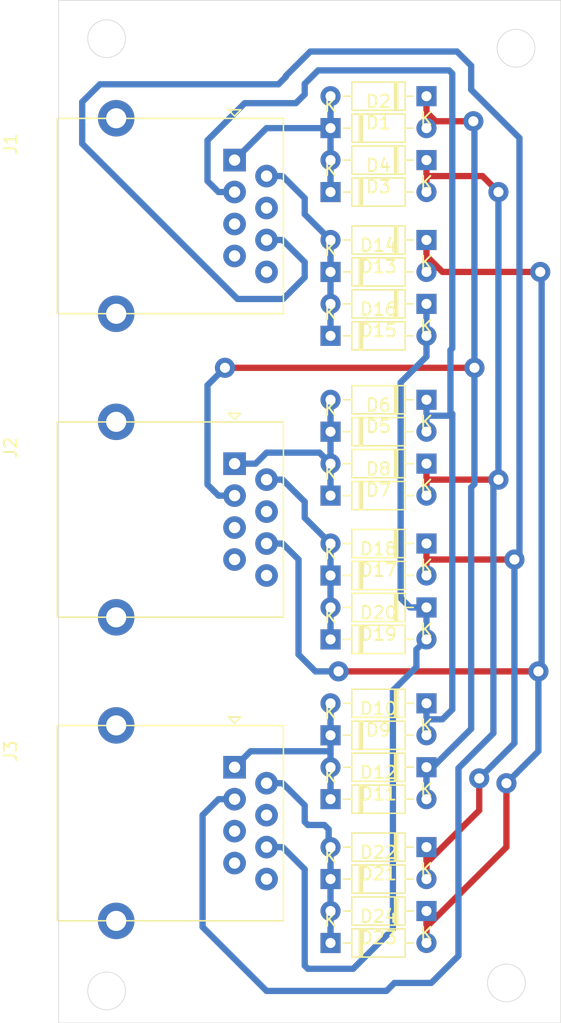
<source format=kicad_pcb>
(kicad_pcb (version 20171130) (host pcbnew 5.1.4-e60b266~84~ubuntu16.04.1)

  (general
    (thickness 1.6)
    (drawings 14)
    (tracks 187)
    (zones 0)
    (modules 27)
    (nets 25)
  )

  (page A4)
  (layers
    (0 F.Cu signal)
    (31 B.Cu signal)
    (32 B.Adhes user)
    (33 F.Adhes user)
    (34 B.Paste user)
    (35 F.Paste user)
    (36 B.SilkS user)
    (37 F.SilkS user)
    (38 B.Mask user)
    (39 F.Mask user)
    (40 Dwgs.User user)
    (41 Cmts.User user)
    (42 Eco1.User user)
    (43 Eco2.User user)
    (44 Edge.Cuts user)
    (45 Margin user)
    (46 B.CrtYd user)
    (47 F.CrtYd user)
    (48 B.Fab user)
    (49 F.Fab user)
  )

  (setup
    (last_trace_width 0.5)
    (trace_clearance 1)
    (zone_clearance 0.508)
    (zone_45_only no)
    (trace_min 0.2)
    (via_size 0.8)
    (via_drill 0.4)
    (via_min_size 0.4)
    (via_min_drill 0.3)
    (uvia_size 0.3)
    (uvia_drill 0.1)
    (uvias_allowed no)
    (uvia_min_size 0.2)
    (uvia_min_drill 0.1)
    (edge_width 0.05)
    (segment_width 0.2)
    (pcb_text_width 0.3)
    (pcb_text_size 1.5 1.5)
    (mod_edge_width 0.12)
    (mod_text_size 1 1)
    (mod_text_width 0.15)
    (pad_size 1.524 1.524)
    (pad_drill 0.762)
    (pad_to_mask_clearance 0.051)
    (solder_mask_min_width 0.25)
    (aux_axis_origin 0 0)
    (visible_elements FFFFFF7F)
    (pcbplotparams
      (layerselection 0x010fc_ffffffff)
      (usegerberextensions false)
      (usegerberattributes false)
      (usegerberadvancedattributes false)
      (creategerberjobfile false)
      (excludeedgelayer true)
      (linewidth 0.100000)
      (plotframeref false)
      (viasonmask false)
      (mode 1)
      (useauxorigin false)
      (hpglpennumber 1)
      (hpglpenspeed 20)
      (hpglpendiameter 15.000000)
      (psnegative false)
      (psa4output false)
      (plotreference true)
      (plotvalue true)
      (plotinvisibletext false)
      (padsonsilk false)
      (subtractmaskfromsilk false)
      (outputformat 1)
      (mirror false)
      (drillshape 1)
      (scaleselection 1)
      (outputdirectory ""))
  )

  (net 0 "")
  (net 1 "Net-(J1-Pad8)")
  (net 2 "Net-(J1-Pad4)")
  (net 3 "Net-(J1-Pad7)")
  (net 4 "Net-(J1-Pad5)")
  (net 5 "Net-(J2-Pad8)")
  (net 6 "Net-(J2-Pad4)")
  (net 7 "Net-(J2-Pad7)")
  (net 8 "Net-(J2-Pad5)")
  (net 9 "Net-(J3-Pad8)")
  (net 10 "Net-(J3-Pad4)")
  (net 11 "Net-(J3-Pad7)")
  (net 12 "Net-(J3-Pad5)")
  (net 13 /J1-TX+)
  (net 14 /J2-RX+)
  (net 15 /J3-RX+)
  (net 16 /J2-TX+)
  (net 17 /J1-RX+)
  (net 18 /J3-TX+)
  (net 19 /J1-TX-)
  (net 20 /J2-RX-)
  (net 21 /J3-RX-)
  (net 22 /J2-TX-)
  (net 23 /J1-RX-)
  (net 24 /J3-TX-)

  (net_class Default "This is the default net class."
    (clearance 1)
    (trace_width 0.5)
    (via_dia 0.8)
    (via_drill 0.4)
    (uvia_dia 0.3)
    (uvia_drill 0.1)
    (add_net /J1-RX+)
    (add_net /J1-RX-)
    (add_net /J1-TX+)
    (add_net /J1-TX-)
    (add_net /J2-RX+)
    (add_net /J2-RX-)
    (add_net /J2-TX+)
    (add_net /J2-TX-)
    (add_net /J3-RX+)
    (add_net /J3-RX-)
    (add_net /J3-TX+)
    (add_net /J3-TX-)
    (add_net "Net-(J1-Pad4)")
    (add_net "Net-(J1-Pad5)")
    (add_net "Net-(J1-Pad7)")
    (add_net "Net-(J1-Pad8)")
    (add_net "Net-(J2-Pad4)")
    (add_net "Net-(J2-Pad5)")
    (add_net "Net-(J2-Pad7)")
    (add_net "Net-(J2-Pad8)")
    (add_net "Net-(J3-Pad4)")
    (add_net "Net-(J3-Pad5)")
    (add_net "Net-(J3-Pad7)")
    (add_net "Net-(J3-Pad8)")
  )

  (module Diode_THT:D_DO-35_SOD27_P7.62mm_Horizontal (layer F.Cu) (tedit 5AE50CD5) (tstamp 5D80D237)
    (at 135.89 147.32)
    (descr "Diode, DO-35_SOD27 series, Axial, Horizontal, pin pitch=7.62mm, , length*diameter=4*2mm^2, , http://www.diodes.com/_files/packages/DO-35.pdf")
    (tags "Diode DO-35_SOD27 series Axial Horizontal pin pitch 7.62mm  length 4mm diameter 2mm")
    (path /5D86216B)
    (fp_text reference D24 (at 3.81 -2.12) (layer F.SilkS)
      (effects (font (size 1 1) (thickness 0.15)))
    )
    (fp_text value BA243 (at 3.81 2.12) (layer F.Fab)
      (effects (font (size 1 1) (thickness 0.15)))
    )
    (fp_text user K (at 0 -1.8) (layer F.SilkS)
      (effects (font (size 1 1) (thickness 0.15)))
    )
    (fp_text user K (at 0 -1.8) (layer F.Fab)
      (effects (font (size 1 1) (thickness 0.15)))
    )
    (fp_text user %R (at 4.11 0) (layer F.Fab)
      (effects (font (size 0.8 0.8) (thickness 0.12)))
    )
    (fp_line (start 8.67 -1.25) (end -1.05 -1.25) (layer F.CrtYd) (width 0.05))
    (fp_line (start 8.67 1.25) (end 8.67 -1.25) (layer F.CrtYd) (width 0.05))
    (fp_line (start -1.05 1.25) (end 8.67 1.25) (layer F.CrtYd) (width 0.05))
    (fp_line (start -1.05 -1.25) (end -1.05 1.25) (layer F.CrtYd) (width 0.05))
    (fp_line (start 2.29 -1.12) (end 2.29 1.12) (layer F.SilkS) (width 0.12))
    (fp_line (start 2.53 -1.12) (end 2.53 1.12) (layer F.SilkS) (width 0.12))
    (fp_line (start 2.41 -1.12) (end 2.41 1.12) (layer F.SilkS) (width 0.12))
    (fp_line (start 6.58 0) (end 5.93 0) (layer F.SilkS) (width 0.12))
    (fp_line (start 1.04 0) (end 1.69 0) (layer F.SilkS) (width 0.12))
    (fp_line (start 5.93 -1.12) (end 1.69 -1.12) (layer F.SilkS) (width 0.12))
    (fp_line (start 5.93 1.12) (end 5.93 -1.12) (layer F.SilkS) (width 0.12))
    (fp_line (start 1.69 1.12) (end 5.93 1.12) (layer F.SilkS) (width 0.12))
    (fp_line (start 1.69 -1.12) (end 1.69 1.12) (layer F.SilkS) (width 0.12))
    (fp_line (start 2.31 -1) (end 2.31 1) (layer F.Fab) (width 0.1))
    (fp_line (start 2.51 -1) (end 2.51 1) (layer F.Fab) (width 0.1))
    (fp_line (start 2.41 -1) (end 2.41 1) (layer F.Fab) (width 0.1))
    (fp_line (start 7.62 0) (end 5.81 0) (layer F.Fab) (width 0.1))
    (fp_line (start 0 0) (end 1.81 0) (layer F.Fab) (width 0.1))
    (fp_line (start 5.81 -1) (end 1.81 -1) (layer F.Fab) (width 0.1))
    (fp_line (start 5.81 1) (end 5.81 -1) (layer F.Fab) (width 0.1))
    (fp_line (start 1.81 1) (end 5.81 1) (layer F.Fab) (width 0.1))
    (fp_line (start 1.81 -1) (end 1.81 1) (layer F.Fab) (width 0.1))
    (pad 2 thru_hole oval (at 7.62 0) (size 1.6 1.6) (drill 0.8) (layers *.Cu *.Mask)
      (net 20 /J2-RX-))
    (pad 1 thru_hole rect (at 0 0) (size 1.6 1.6) (drill 0.8) (layers *.Cu *.Mask)
      (net 24 /J3-TX-))
    (model ${KISYS3DMOD}/Diode_THT.3dshapes/D_DO-35_SOD27_P7.62mm_Horizontal.wrl
      (at (xyz 0 0 0))
      (scale (xyz 1 1 1))
      (rotate (xyz 0 0 0))
    )
  )

  (module Diode_THT:D_DO-35_SOD27_P7.62mm_Horizontal (layer F.Cu) (tedit 5AE50CD5) (tstamp 5D80D114)
    (at 143.51 144.78 180)
    (descr "Diode, DO-35_SOD27 series, Axial, Horizontal, pin pitch=7.62mm, , length*diameter=4*2mm^2, , http://www.diodes.com/_files/packages/DO-35.pdf")
    (tags "Diode DO-35_SOD27 series Axial Horizontal pin pitch 7.62mm  length 4mm diameter 2mm")
    (path /5D862176)
    (fp_text reference D23 (at 3.81 -2.12) (layer F.SilkS)
      (effects (font (size 1 1) (thickness 0.15)))
    )
    (fp_text value BA243 (at 3.81 2.12) (layer F.Fab)
      (effects (font (size 1 1) (thickness 0.15)))
    )
    (fp_text user K (at 0 -1.8) (layer F.SilkS)
      (effects (font (size 1 1) (thickness 0.15)))
    )
    (fp_text user K (at 0 -1.8) (layer F.Fab)
      (effects (font (size 1 1) (thickness 0.15)))
    )
    (fp_text user %R (at 4.11 0) (layer F.Fab)
      (effects (font (size 0.8 0.8) (thickness 0.12)))
    )
    (fp_line (start 8.67 -1.25) (end -1.05 -1.25) (layer F.CrtYd) (width 0.05))
    (fp_line (start 8.67 1.25) (end 8.67 -1.25) (layer F.CrtYd) (width 0.05))
    (fp_line (start -1.05 1.25) (end 8.67 1.25) (layer F.CrtYd) (width 0.05))
    (fp_line (start -1.05 -1.25) (end -1.05 1.25) (layer F.CrtYd) (width 0.05))
    (fp_line (start 2.29 -1.12) (end 2.29 1.12) (layer F.SilkS) (width 0.12))
    (fp_line (start 2.53 -1.12) (end 2.53 1.12) (layer F.SilkS) (width 0.12))
    (fp_line (start 2.41 -1.12) (end 2.41 1.12) (layer F.SilkS) (width 0.12))
    (fp_line (start 6.58 0) (end 5.93 0) (layer F.SilkS) (width 0.12))
    (fp_line (start 1.04 0) (end 1.69 0) (layer F.SilkS) (width 0.12))
    (fp_line (start 5.93 -1.12) (end 1.69 -1.12) (layer F.SilkS) (width 0.12))
    (fp_line (start 5.93 1.12) (end 5.93 -1.12) (layer F.SilkS) (width 0.12))
    (fp_line (start 1.69 1.12) (end 5.93 1.12) (layer F.SilkS) (width 0.12))
    (fp_line (start 1.69 -1.12) (end 1.69 1.12) (layer F.SilkS) (width 0.12))
    (fp_line (start 2.31 -1) (end 2.31 1) (layer F.Fab) (width 0.1))
    (fp_line (start 2.51 -1) (end 2.51 1) (layer F.Fab) (width 0.1))
    (fp_line (start 2.41 -1) (end 2.41 1) (layer F.Fab) (width 0.1))
    (fp_line (start 7.62 0) (end 5.81 0) (layer F.Fab) (width 0.1))
    (fp_line (start 0 0) (end 1.81 0) (layer F.Fab) (width 0.1))
    (fp_line (start 5.81 -1) (end 1.81 -1) (layer F.Fab) (width 0.1))
    (fp_line (start 5.81 1) (end 5.81 -1) (layer F.Fab) (width 0.1))
    (fp_line (start 1.81 1) (end 5.81 1) (layer F.Fab) (width 0.1))
    (fp_line (start 1.81 -1) (end 1.81 1) (layer F.Fab) (width 0.1))
    (pad 2 thru_hole oval (at 7.62 0 180) (size 1.6 1.6) (drill 0.8) (layers *.Cu *.Mask)
      (net 24 /J3-TX-))
    (pad 1 thru_hole rect (at 0 0 180) (size 1.6 1.6) (drill 0.8) (layers *.Cu *.Mask)
      (net 20 /J2-RX-))
    (model ${KISYS3DMOD}/Diode_THT.3dshapes/D_DO-35_SOD27_P7.62mm_Horizontal.wrl
      (at (xyz 0 0 0))
      (scale (xyz 1 1 1))
      (rotate (xyz 0 0 0))
    )
  )

  (module Diode_THT:D_DO-35_SOD27_P7.62mm_Horizontal (layer F.Cu) (tedit 5AE50CD5) (tstamp 5D80CF9A)
    (at 135.89 142.24)
    (descr "Diode, DO-35_SOD27 series, Axial, Horizontal, pin pitch=7.62mm, , length*diameter=4*2mm^2, , http://www.diodes.com/_files/packages/DO-35.pdf")
    (tags "Diode DO-35_SOD27 series Axial Horizontal pin pitch 7.62mm  length 4mm diameter 2mm")
    (path /5D862156)
    (fp_text reference D22 (at 3.81 -2.12) (layer F.SilkS)
      (effects (font (size 1 1) (thickness 0.15)))
    )
    (fp_text value BA243 (at 3.81 2.12) (layer F.Fab)
      (effects (font (size 1 1) (thickness 0.15)))
    )
    (fp_text user K (at 0 -1.8) (layer F.SilkS)
      (effects (font (size 1 1) (thickness 0.15)))
    )
    (fp_text user K (at 0 -1.8) (layer F.Fab)
      (effects (font (size 1 1) (thickness 0.15)))
    )
    (fp_text user %R (at 4.11 0) (layer F.Fab)
      (effects (font (size 0.8 0.8) (thickness 0.12)))
    )
    (fp_line (start 8.67 -1.25) (end -1.05 -1.25) (layer F.CrtYd) (width 0.05))
    (fp_line (start 8.67 1.25) (end 8.67 -1.25) (layer F.CrtYd) (width 0.05))
    (fp_line (start -1.05 1.25) (end 8.67 1.25) (layer F.CrtYd) (width 0.05))
    (fp_line (start -1.05 -1.25) (end -1.05 1.25) (layer F.CrtYd) (width 0.05))
    (fp_line (start 2.29 -1.12) (end 2.29 1.12) (layer F.SilkS) (width 0.12))
    (fp_line (start 2.53 -1.12) (end 2.53 1.12) (layer F.SilkS) (width 0.12))
    (fp_line (start 2.41 -1.12) (end 2.41 1.12) (layer F.SilkS) (width 0.12))
    (fp_line (start 6.58 0) (end 5.93 0) (layer F.SilkS) (width 0.12))
    (fp_line (start 1.04 0) (end 1.69 0) (layer F.SilkS) (width 0.12))
    (fp_line (start 5.93 -1.12) (end 1.69 -1.12) (layer F.SilkS) (width 0.12))
    (fp_line (start 5.93 1.12) (end 5.93 -1.12) (layer F.SilkS) (width 0.12))
    (fp_line (start 1.69 1.12) (end 5.93 1.12) (layer F.SilkS) (width 0.12))
    (fp_line (start 1.69 -1.12) (end 1.69 1.12) (layer F.SilkS) (width 0.12))
    (fp_line (start 2.31 -1) (end 2.31 1) (layer F.Fab) (width 0.1))
    (fp_line (start 2.51 -1) (end 2.51 1) (layer F.Fab) (width 0.1))
    (fp_line (start 2.41 -1) (end 2.41 1) (layer F.Fab) (width 0.1))
    (fp_line (start 7.62 0) (end 5.81 0) (layer F.Fab) (width 0.1))
    (fp_line (start 0 0) (end 1.81 0) (layer F.Fab) (width 0.1))
    (fp_line (start 5.81 -1) (end 1.81 -1) (layer F.Fab) (width 0.1))
    (fp_line (start 5.81 1) (end 5.81 -1) (layer F.Fab) (width 0.1))
    (fp_line (start 1.81 1) (end 5.81 1) (layer F.Fab) (width 0.1))
    (fp_line (start 1.81 -1) (end 1.81 1) (layer F.Fab) (width 0.1))
    (pad 2 thru_hole oval (at 7.62 0) (size 1.6 1.6) (drill 0.8) (layers *.Cu *.Mask)
      (net 23 /J1-RX-))
    (pad 1 thru_hole rect (at 0 0) (size 1.6 1.6) (drill 0.8) (layers *.Cu *.Mask)
      (net 24 /J3-TX-))
    (model ${KISYS3DMOD}/Diode_THT.3dshapes/D_DO-35_SOD27_P7.62mm_Horizontal.wrl
      (at (xyz 0 0 0))
      (scale (xyz 1 1 1))
      (rotate (xyz 0 0 0))
    )
  )

  (module Diode_THT:D_DO-35_SOD27_P7.62mm_Horizontal (layer F.Cu) (tedit 5AE50CD5) (tstamp 5D80D057)
    (at 143.51 139.7 180)
    (descr "Diode, DO-35_SOD27 series, Axial, Horizontal, pin pitch=7.62mm, , length*diameter=4*2mm^2, , http://www.diodes.com/_files/packages/DO-35.pdf")
    (tags "Diode DO-35_SOD27 series Axial Horizontal pin pitch 7.62mm  length 4mm diameter 2mm")
    (path /5D862160)
    (fp_text reference D21 (at 3.81 -2.12) (layer F.SilkS)
      (effects (font (size 1 1) (thickness 0.15)))
    )
    (fp_text value BA243 (at 3.81 2.12) (layer F.Fab)
      (effects (font (size 1 1) (thickness 0.15)))
    )
    (fp_text user K (at 0 -1.8) (layer F.SilkS)
      (effects (font (size 1 1) (thickness 0.15)))
    )
    (fp_text user K (at 0 -1.8) (layer F.Fab)
      (effects (font (size 1 1) (thickness 0.15)))
    )
    (fp_text user %R (at 4.11 0) (layer F.Fab)
      (effects (font (size 0.8 0.8) (thickness 0.12)))
    )
    (fp_line (start 8.67 -1.25) (end -1.05 -1.25) (layer F.CrtYd) (width 0.05))
    (fp_line (start 8.67 1.25) (end 8.67 -1.25) (layer F.CrtYd) (width 0.05))
    (fp_line (start -1.05 1.25) (end 8.67 1.25) (layer F.CrtYd) (width 0.05))
    (fp_line (start -1.05 -1.25) (end -1.05 1.25) (layer F.CrtYd) (width 0.05))
    (fp_line (start 2.29 -1.12) (end 2.29 1.12) (layer F.SilkS) (width 0.12))
    (fp_line (start 2.53 -1.12) (end 2.53 1.12) (layer F.SilkS) (width 0.12))
    (fp_line (start 2.41 -1.12) (end 2.41 1.12) (layer F.SilkS) (width 0.12))
    (fp_line (start 6.58 0) (end 5.93 0) (layer F.SilkS) (width 0.12))
    (fp_line (start 1.04 0) (end 1.69 0) (layer F.SilkS) (width 0.12))
    (fp_line (start 5.93 -1.12) (end 1.69 -1.12) (layer F.SilkS) (width 0.12))
    (fp_line (start 5.93 1.12) (end 5.93 -1.12) (layer F.SilkS) (width 0.12))
    (fp_line (start 1.69 1.12) (end 5.93 1.12) (layer F.SilkS) (width 0.12))
    (fp_line (start 1.69 -1.12) (end 1.69 1.12) (layer F.SilkS) (width 0.12))
    (fp_line (start 2.31 -1) (end 2.31 1) (layer F.Fab) (width 0.1))
    (fp_line (start 2.51 -1) (end 2.51 1) (layer F.Fab) (width 0.1))
    (fp_line (start 2.41 -1) (end 2.41 1) (layer F.Fab) (width 0.1))
    (fp_line (start 7.62 0) (end 5.81 0) (layer F.Fab) (width 0.1))
    (fp_line (start 0 0) (end 1.81 0) (layer F.Fab) (width 0.1))
    (fp_line (start 5.81 -1) (end 1.81 -1) (layer F.Fab) (width 0.1))
    (fp_line (start 5.81 1) (end 5.81 -1) (layer F.Fab) (width 0.1))
    (fp_line (start 1.81 1) (end 5.81 1) (layer F.Fab) (width 0.1))
    (fp_line (start 1.81 -1) (end 1.81 1) (layer F.Fab) (width 0.1))
    (pad 2 thru_hole oval (at 7.62 0 180) (size 1.6 1.6) (drill 0.8) (layers *.Cu *.Mask)
      (net 24 /J3-TX-))
    (pad 1 thru_hole rect (at 0 0 180) (size 1.6 1.6) (drill 0.8) (layers *.Cu *.Mask)
      (net 23 /J1-RX-))
    (model ${KISYS3DMOD}/Diode_THT.3dshapes/D_DO-35_SOD27_P7.62mm_Horizontal.wrl
      (at (xyz 0 0 0))
      (scale (xyz 1 1 1))
      (rotate (xyz 0 0 0))
    )
  )

  (module Diode_THT:D_DO-35_SOD27_P7.62mm_Horizontal (layer F.Cu) (tedit 5AE50CD5) (tstamp 5D8107C9)
    (at 135.89 123.19)
    (descr "Diode, DO-35_SOD27 series, Axial, Horizontal, pin pitch=7.62mm, , length*diameter=4*2mm^2, , http://www.diodes.com/_files/packages/DO-35.pdf")
    (tags "Diode DO-35_SOD27 series Axial Horizontal pin pitch 7.62mm  length 4mm diameter 2mm")
    (path /5D857F46)
    (fp_text reference D20 (at 3.81 -2.12) (layer F.SilkS)
      (effects (font (size 1 1) (thickness 0.15)))
    )
    (fp_text value BA243 (at 3.81 2.12) (layer F.Fab)
      (effects (font (size 1 1) (thickness 0.15)))
    )
    (fp_text user K (at 0 -1.8) (layer F.SilkS)
      (effects (font (size 1 1) (thickness 0.15)))
    )
    (fp_text user K (at 0 -1.8) (layer F.Fab)
      (effects (font (size 1 1) (thickness 0.15)))
    )
    (fp_text user %R (at 4.11 0) (layer F.Fab)
      (effects (font (size 0.8 0.8) (thickness 0.12)))
    )
    (fp_line (start 8.67 -1.25) (end -1.05 -1.25) (layer F.CrtYd) (width 0.05))
    (fp_line (start 8.67 1.25) (end 8.67 -1.25) (layer F.CrtYd) (width 0.05))
    (fp_line (start -1.05 1.25) (end 8.67 1.25) (layer F.CrtYd) (width 0.05))
    (fp_line (start -1.05 -1.25) (end -1.05 1.25) (layer F.CrtYd) (width 0.05))
    (fp_line (start 2.29 -1.12) (end 2.29 1.12) (layer F.SilkS) (width 0.12))
    (fp_line (start 2.53 -1.12) (end 2.53 1.12) (layer F.SilkS) (width 0.12))
    (fp_line (start 2.41 -1.12) (end 2.41 1.12) (layer F.SilkS) (width 0.12))
    (fp_line (start 6.58 0) (end 5.93 0) (layer F.SilkS) (width 0.12))
    (fp_line (start 1.04 0) (end 1.69 0) (layer F.SilkS) (width 0.12))
    (fp_line (start 5.93 -1.12) (end 1.69 -1.12) (layer F.SilkS) (width 0.12))
    (fp_line (start 5.93 1.12) (end 5.93 -1.12) (layer F.SilkS) (width 0.12))
    (fp_line (start 1.69 1.12) (end 5.93 1.12) (layer F.SilkS) (width 0.12))
    (fp_line (start 1.69 -1.12) (end 1.69 1.12) (layer F.SilkS) (width 0.12))
    (fp_line (start 2.31 -1) (end 2.31 1) (layer F.Fab) (width 0.1))
    (fp_line (start 2.51 -1) (end 2.51 1) (layer F.Fab) (width 0.1))
    (fp_line (start 2.41 -1) (end 2.41 1) (layer F.Fab) (width 0.1))
    (fp_line (start 7.62 0) (end 5.81 0) (layer F.Fab) (width 0.1))
    (fp_line (start 0 0) (end 1.81 0) (layer F.Fab) (width 0.1))
    (fp_line (start 5.81 -1) (end 1.81 -1) (layer F.Fab) (width 0.1))
    (fp_line (start 5.81 1) (end 5.81 -1) (layer F.Fab) (width 0.1))
    (fp_line (start 1.81 1) (end 5.81 1) (layer F.Fab) (width 0.1))
    (fp_line (start 1.81 -1) (end 1.81 1) (layer F.Fab) (width 0.1))
    (pad 2 thru_hole oval (at 7.62 0) (size 1.6 1.6) (drill 0.8) (layers *.Cu *.Mask)
      (net 21 /J3-RX-))
    (pad 1 thru_hole rect (at 0 0) (size 1.6 1.6) (drill 0.8) (layers *.Cu *.Mask)
      (net 22 /J2-TX-))
    (model ${KISYS3DMOD}/Diode_THT.3dshapes/D_DO-35_SOD27_P7.62mm_Horizontal.wrl
      (at (xyz 0 0 0))
      (scale (xyz 1 1 1))
      (rotate (xyz 0 0 0))
    )
  )

  (module Diode_THT:D_DO-35_SOD27_P7.62mm_Horizontal (layer F.Cu) (tedit 5AE50CD5) (tstamp 5D8107AA)
    (at 143.51 120.65 180)
    (descr "Diode, DO-35_SOD27 series, Axial, Horizontal, pin pitch=7.62mm, , length*diameter=4*2mm^2, , http://www.diodes.com/_files/packages/DO-35.pdf")
    (tags "Diode DO-35_SOD27 series Axial Horizontal pin pitch 7.62mm  length 4mm diameter 2mm")
    (path /5D857F51)
    (fp_text reference D19 (at 3.81 -2.12) (layer F.SilkS)
      (effects (font (size 1 1) (thickness 0.15)))
    )
    (fp_text value BA243 (at 3.81 2.12) (layer F.Fab)
      (effects (font (size 1 1) (thickness 0.15)))
    )
    (fp_text user K (at 0 -1.8) (layer F.SilkS)
      (effects (font (size 1 1) (thickness 0.15)))
    )
    (fp_text user K (at 0 -1.8) (layer F.Fab)
      (effects (font (size 1 1) (thickness 0.15)))
    )
    (fp_text user %R (at 4.11 0) (layer F.Fab)
      (effects (font (size 0.8 0.8) (thickness 0.12)))
    )
    (fp_line (start 8.67 -1.25) (end -1.05 -1.25) (layer F.CrtYd) (width 0.05))
    (fp_line (start 8.67 1.25) (end 8.67 -1.25) (layer F.CrtYd) (width 0.05))
    (fp_line (start -1.05 1.25) (end 8.67 1.25) (layer F.CrtYd) (width 0.05))
    (fp_line (start -1.05 -1.25) (end -1.05 1.25) (layer F.CrtYd) (width 0.05))
    (fp_line (start 2.29 -1.12) (end 2.29 1.12) (layer F.SilkS) (width 0.12))
    (fp_line (start 2.53 -1.12) (end 2.53 1.12) (layer F.SilkS) (width 0.12))
    (fp_line (start 2.41 -1.12) (end 2.41 1.12) (layer F.SilkS) (width 0.12))
    (fp_line (start 6.58 0) (end 5.93 0) (layer F.SilkS) (width 0.12))
    (fp_line (start 1.04 0) (end 1.69 0) (layer F.SilkS) (width 0.12))
    (fp_line (start 5.93 -1.12) (end 1.69 -1.12) (layer F.SilkS) (width 0.12))
    (fp_line (start 5.93 1.12) (end 5.93 -1.12) (layer F.SilkS) (width 0.12))
    (fp_line (start 1.69 1.12) (end 5.93 1.12) (layer F.SilkS) (width 0.12))
    (fp_line (start 1.69 -1.12) (end 1.69 1.12) (layer F.SilkS) (width 0.12))
    (fp_line (start 2.31 -1) (end 2.31 1) (layer F.Fab) (width 0.1))
    (fp_line (start 2.51 -1) (end 2.51 1) (layer F.Fab) (width 0.1))
    (fp_line (start 2.41 -1) (end 2.41 1) (layer F.Fab) (width 0.1))
    (fp_line (start 7.62 0) (end 5.81 0) (layer F.Fab) (width 0.1))
    (fp_line (start 0 0) (end 1.81 0) (layer F.Fab) (width 0.1))
    (fp_line (start 5.81 -1) (end 1.81 -1) (layer F.Fab) (width 0.1))
    (fp_line (start 5.81 1) (end 5.81 -1) (layer F.Fab) (width 0.1))
    (fp_line (start 1.81 1) (end 5.81 1) (layer F.Fab) (width 0.1))
    (fp_line (start 1.81 -1) (end 1.81 1) (layer F.Fab) (width 0.1))
    (pad 2 thru_hole oval (at 7.62 0 180) (size 1.6 1.6) (drill 0.8) (layers *.Cu *.Mask)
      (net 22 /J2-TX-))
    (pad 1 thru_hole rect (at 0 0 180) (size 1.6 1.6) (drill 0.8) (layers *.Cu *.Mask)
      (net 21 /J3-RX-))
    (model ${KISYS3DMOD}/Diode_THT.3dshapes/D_DO-35_SOD27_P7.62mm_Horizontal.wrl
      (at (xyz 0 0 0))
      (scale (xyz 1 1 1))
      (rotate (xyz 0 0 0))
    )
  )

  (module Diode_THT:D_DO-35_SOD27_P7.62mm_Horizontal (layer F.Cu) (tedit 5AE50CD5) (tstamp 5D81078B)
    (at 135.89 118.11)
    (descr "Diode, DO-35_SOD27 series, Axial, Horizontal, pin pitch=7.62mm, , length*diameter=4*2mm^2, , http://www.diodes.com/_files/packages/DO-35.pdf")
    (tags "Diode DO-35_SOD27 series Axial Horizontal pin pitch 7.62mm  length 4mm diameter 2mm")
    (path /5D857F31)
    (fp_text reference D18 (at 3.81 -2.12) (layer F.SilkS)
      (effects (font (size 1 1) (thickness 0.15)))
    )
    (fp_text value BA243 (at 3.81 2.12) (layer F.Fab)
      (effects (font (size 1 1) (thickness 0.15)))
    )
    (fp_text user K (at 0 -1.8) (layer F.SilkS)
      (effects (font (size 1 1) (thickness 0.15)))
    )
    (fp_text user K (at 0 -1.8) (layer F.Fab)
      (effects (font (size 1 1) (thickness 0.15)))
    )
    (fp_text user %R (at 4.11 0) (layer F.Fab)
      (effects (font (size 0.8 0.8) (thickness 0.12)))
    )
    (fp_line (start 8.67 -1.25) (end -1.05 -1.25) (layer F.CrtYd) (width 0.05))
    (fp_line (start 8.67 1.25) (end 8.67 -1.25) (layer F.CrtYd) (width 0.05))
    (fp_line (start -1.05 1.25) (end 8.67 1.25) (layer F.CrtYd) (width 0.05))
    (fp_line (start -1.05 -1.25) (end -1.05 1.25) (layer F.CrtYd) (width 0.05))
    (fp_line (start 2.29 -1.12) (end 2.29 1.12) (layer F.SilkS) (width 0.12))
    (fp_line (start 2.53 -1.12) (end 2.53 1.12) (layer F.SilkS) (width 0.12))
    (fp_line (start 2.41 -1.12) (end 2.41 1.12) (layer F.SilkS) (width 0.12))
    (fp_line (start 6.58 0) (end 5.93 0) (layer F.SilkS) (width 0.12))
    (fp_line (start 1.04 0) (end 1.69 0) (layer F.SilkS) (width 0.12))
    (fp_line (start 5.93 -1.12) (end 1.69 -1.12) (layer F.SilkS) (width 0.12))
    (fp_line (start 5.93 1.12) (end 5.93 -1.12) (layer F.SilkS) (width 0.12))
    (fp_line (start 1.69 1.12) (end 5.93 1.12) (layer F.SilkS) (width 0.12))
    (fp_line (start 1.69 -1.12) (end 1.69 1.12) (layer F.SilkS) (width 0.12))
    (fp_line (start 2.31 -1) (end 2.31 1) (layer F.Fab) (width 0.1))
    (fp_line (start 2.51 -1) (end 2.51 1) (layer F.Fab) (width 0.1))
    (fp_line (start 2.41 -1) (end 2.41 1) (layer F.Fab) (width 0.1))
    (fp_line (start 7.62 0) (end 5.81 0) (layer F.Fab) (width 0.1))
    (fp_line (start 0 0) (end 1.81 0) (layer F.Fab) (width 0.1))
    (fp_line (start 5.81 -1) (end 1.81 -1) (layer F.Fab) (width 0.1))
    (fp_line (start 5.81 1) (end 5.81 -1) (layer F.Fab) (width 0.1))
    (fp_line (start 1.81 1) (end 5.81 1) (layer F.Fab) (width 0.1))
    (fp_line (start 1.81 -1) (end 1.81 1) (layer F.Fab) (width 0.1))
    (pad 2 thru_hole oval (at 7.62 0) (size 1.6 1.6) (drill 0.8) (layers *.Cu *.Mask)
      (net 23 /J1-RX-))
    (pad 1 thru_hole rect (at 0 0) (size 1.6 1.6) (drill 0.8) (layers *.Cu *.Mask)
      (net 22 /J2-TX-))
    (model ${KISYS3DMOD}/Diode_THT.3dshapes/D_DO-35_SOD27_P7.62mm_Horizontal.wrl
      (at (xyz 0 0 0))
      (scale (xyz 1 1 1))
      (rotate (xyz 0 0 0))
    )
  )

  (module Diode_THT:D_DO-35_SOD27_P7.62mm_Horizontal (layer F.Cu) (tedit 5AE50CD5) (tstamp 5D81076C)
    (at 143.51 115.57 180)
    (descr "Diode, DO-35_SOD27 series, Axial, Horizontal, pin pitch=7.62mm, , length*diameter=4*2mm^2, , http://www.diodes.com/_files/packages/DO-35.pdf")
    (tags "Diode DO-35_SOD27 series Axial Horizontal pin pitch 7.62mm  length 4mm diameter 2mm")
    (path /5D857F3B)
    (fp_text reference D17 (at 3.81 -2.12) (layer F.SilkS)
      (effects (font (size 1 1) (thickness 0.15)))
    )
    (fp_text value BA243 (at 3.81 2.12) (layer F.Fab)
      (effects (font (size 1 1) (thickness 0.15)))
    )
    (fp_text user K (at 0 -1.8) (layer F.SilkS)
      (effects (font (size 1 1) (thickness 0.15)))
    )
    (fp_text user K (at 0 -1.8) (layer F.Fab)
      (effects (font (size 1 1) (thickness 0.15)))
    )
    (fp_text user %R (at 4.11 0) (layer F.Fab)
      (effects (font (size 0.8 0.8) (thickness 0.12)))
    )
    (fp_line (start 8.67 -1.25) (end -1.05 -1.25) (layer F.CrtYd) (width 0.05))
    (fp_line (start 8.67 1.25) (end 8.67 -1.25) (layer F.CrtYd) (width 0.05))
    (fp_line (start -1.05 1.25) (end 8.67 1.25) (layer F.CrtYd) (width 0.05))
    (fp_line (start -1.05 -1.25) (end -1.05 1.25) (layer F.CrtYd) (width 0.05))
    (fp_line (start 2.29 -1.12) (end 2.29 1.12) (layer F.SilkS) (width 0.12))
    (fp_line (start 2.53 -1.12) (end 2.53 1.12) (layer F.SilkS) (width 0.12))
    (fp_line (start 2.41 -1.12) (end 2.41 1.12) (layer F.SilkS) (width 0.12))
    (fp_line (start 6.58 0) (end 5.93 0) (layer F.SilkS) (width 0.12))
    (fp_line (start 1.04 0) (end 1.69 0) (layer F.SilkS) (width 0.12))
    (fp_line (start 5.93 -1.12) (end 1.69 -1.12) (layer F.SilkS) (width 0.12))
    (fp_line (start 5.93 1.12) (end 5.93 -1.12) (layer F.SilkS) (width 0.12))
    (fp_line (start 1.69 1.12) (end 5.93 1.12) (layer F.SilkS) (width 0.12))
    (fp_line (start 1.69 -1.12) (end 1.69 1.12) (layer F.SilkS) (width 0.12))
    (fp_line (start 2.31 -1) (end 2.31 1) (layer F.Fab) (width 0.1))
    (fp_line (start 2.51 -1) (end 2.51 1) (layer F.Fab) (width 0.1))
    (fp_line (start 2.41 -1) (end 2.41 1) (layer F.Fab) (width 0.1))
    (fp_line (start 7.62 0) (end 5.81 0) (layer F.Fab) (width 0.1))
    (fp_line (start 0 0) (end 1.81 0) (layer F.Fab) (width 0.1))
    (fp_line (start 5.81 -1) (end 1.81 -1) (layer F.Fab) (width 0.1))
    (fp_line (start 5.81 1) (end 5.81 -1) (layer F.Fab) (width 0.1))
    (fp_line (start 1.81 1) (end 5.81 1) (layer F.Fab) (width 0.1))
    (fp_line (start 1.81 -1) (end 1.81 1) (layer F.Fab) (width 0.1))
    (pad 2 thru_hole oval (at 7.62 0 180) (size 1.6 1.6) (drill 0.8) (layers *.Cu *.Mask)
      (net 22 /J2-TX-))
    (pad 1 thru_hole rect (at 0 0 180) (size 1.6 1.6) (drill 0.8) (layers *.Cu *.Mask)
      (net 23 /J1-RX-))
    (model ${KISYS3DMOD}/Diode_THT.3dshapes/D_DO-35_SOD27_P7.62mm_Horizontal.wrl
      (at (xyz 0 0 0))
      (scale (xyz 1 1 1))
      (rotate (xyz 0 0 0))
    )
  )

  (module Diode_THT:D_DO-35_SOD27_P7.62mm_Horizontal (layer F.Cu) (tedit 5AE50CD5) (tstamp 5D81074D)
    (at 135.89 99.06)
    (descr "Diode, DO-35_SOD27 series, Axial, Horizontal, pin pitch=7.62mm, , length*diameter=4*2mm^2, , http://www.diodes.com/_files/packages/DO-35.pdf")
    (tags "Diode DO-35_SOD27 series Axial Horizontal pin pitch 7.62mm  length 4mm diameter 2mm")
    (path /5D81931F)
    (fp_text reference D16 (at 3.81 -2.12) (layer F.SilkS)
      (effects (font (size 1 1) (thickness 0.15)))
    )
    (fp_text value BA243 (at 3.81 2.12) (layer F.Fab)
      (effects (font (size 1 1) (thickness 0.15)))
    )
    (fp_text user K (at 0 -1.8) (layer F.SilkS)
      (effects (font (size 1 1) (thickness 0.15)))
    )
    (fp_text user K (at 0 -1.8) (layer F.Fab)
      (effects (font (size 1 1) (thickness 0.15)))
    )
    (fp_text user %R (at 4.11 0) (layer F.Fab)
      (effects (font (size 0.8 0.8) (thickness 0.12)))
    )
    (fp_line (start 8.67 -1.25) (end -1.05 -1.25) (layer F.CrtYd) (width 0.05))
    (fp_line (start 8.67 1.25) (end 8.67 -1.25) (layer F.CrtYd) (width 0.05))
    (fp_line (start -1.05 1.25) (end 8.67 1.25) (layer F.CrtYd) (width 0.05))
    (fp_line (start -1.05 -1.25) (end -1.05 1.25) (layer F.CrtYd) (width 0.05))
    (fp_line (start 2.29 -1.12) (end 2.29 1.12) (layer F.SilkS) (width 0.12))
    (fp_line (start 2.53 -1.12) (end 2.53 1.12) (layer F.SilkS) (width 0.12))
    (fp_line (start 2.41 -1.12) (end 2.41 1.12) (layer F.SilkS) (width 0.12))
    (fp_line (start 6.58 0) (end 5.93 0) (layer F.SilkS) (width 0.12))
    (fp_line (start 1.04 0) (end 1.69 0) (layer F.SilkS) (width 0.12))
    (fp_line (start 5.93 -1.12) (end 1.69 -1.12) (layer F.SilkS) (width 0.12))
    (fp_line (start 5.93 1.12) (end 5.93 -1.12) (layer F.SilkS) (width 0.12))
    (fp_line (start 1.69 1.12) (end 5.93 1.12) (layer F.SilkS) (width 0.12))
    (fp_line (start 1.69 -1.12) (end 1.69 1.12) (layer F.SilkS) (width 0.12))
    (fp_line (start 2.31 -1) (end 2.31 1) (layer F.Fab) (width 0.1))
    (fp_line (start 2.51 -1) (end 2.51 1) (layer F.Fab) (width 0.1))
    (fp_line (start 2.41 -1) (end 2.41 1) (layer F.Fab) (width 0.1))
    (fp_line (start 7.62 0) (end 5.81 0) (layer F.Fab) (width 0.1))
    (fp_line (start 0 0) (end 1.81 0) (layer F.Fab) (width 0.1))
    (fp_line (start 5.81 -1) (end 1.81 -1) (layer F.Fab) (width 0.1))
    (fp_line (start 5.81 1) (end 5.81 -1) (layer F.Fab) (width 0.1))
    (fp_line (start 1.81 1) (end 5.81 1) (layer F.Fab) (width 0.1))
    (fp_line (start 1.81 -1) (end 1.81 1) (layer F.Fab) (width 0.1))
    (pad 2 thru_hole oval (at 7.62 0) (size 1.6 1.6) (drill 0.8) (layers *.Cu *.Mask)
      (net 21 /J3-RX-))
    (pad 1 thru_hole rect (at 0 0) (size 1.6 1.6) (drill 0.8) (layers *.Cu *.Mask)
      (net 19 /J1-TX-))
    (model ${KISYS3DMOD}/Diode_THT.3dshapes/D_DO-35_SOD27_P7.62mm_Horizontal.wrl
      (at (xyz 0 0 0))
      (scale (xyz 1 1 1))
      (rotate (xyz 0 0 0))
    )
  )

  (module Diode_THT:D_DO-35_SOD27_P7.62mm_Horizontal (layer F.Cu) (tedit 5AE50CD5) (tstamp 5D81072E)
    (at 143.51 96.52 180)
    (descr "Diode, DO-35_SOD27 series, Axial, Horizontal, pin pitch=7.62mm, , length*diameter=4*2mm^2, , http://www.diodes.com/_files/packages/DO-35.pdf")
    (tags "Diode DO-35_SOD27 series Axial Horizontal pin pitch 7.62mm  length 4mm diameter 2mm")
    (path /5D81932A)
    (fp_text reference D15 (at 3.81 -2.12) (layer F.SilkS)
      (effects (font (size 1 1) (thickness 0.15)))
    )
    (fp_text value BA243 (at 3.81 2.12) (layer F.Fab)
      (effects (font (size 1 1) (thickness 0.15)))
    )
    (fp_text user K (at 0 -1.8) (layer F.SilkS)
      (effects (font (size 1 1) (thickness 0.15)))
    )
    (fp_text user K (at 0 -1.8) (layer F.Fab)
      (effects (font (size 1 1) (thickness 0.15)))
    )
    (fp_text user %R (at 4.11 0) (layer F.Fab)
      (effects (font (size 0.8 0.8) (thickness 0.12)))
    )
    (fp_line (start 8.67 -1.25) (end -1.05 -1.25) (layer F.CrtYd) (width 0.05))
    (fp_line (start 8.67 1.25) (end 8.67 -1.25) (layer F.CrtYd) (width 0.05))
    (fp_line (start -1.05 1.25) (end 8.67 1.25) (layer F.CrtYd) (width 0.05))
    (fp_line (start -1.05 -1.25) (end -1.05 1.25) (layer F.CrtYd) (width 0.05))
    (fp_line (start 2.29 -1.12) (end 2.29 1.12) (layer F.SilkS) (width 0.12))
    (fp_line (start 2.53 -1.12) (end 2.53 1.12) (layer F.SilkS) (width 0.12))
    (fp_line (start 2.41 -1.12) (end 2.41 1.12) (layer F.SilkS) (width 0.12))
    (fp_line (start 6.58 0) (end 5.93 0) (layer F.SilkS) (width 0.12))
    (fp_line (start 1.04 0) (end 1.69 0) (layer F.SilkS) (width 0.12))
    (fp_line (start 5.93 -1.12) (end 1.69 -1.12) (layer F.SilkS) (width 0.12))
    (fp_line (start 5.93 1.12) (end 5.93 -1.12) (layer F.SilkS) (width 0.12))
    (fp_line (start 1.69 1.12) (end 5.93 1.12) (layer F.SilkS) (width 0.12))
    (fp_line (start 1.69 -1.12) (end 1.69 1.12) (layer F.SilkS) (width 0.12))
    (fp_line (start 2.31 -1) (end 2.31 1) (layer F.Fab) (width 0.1))
    (fp_line (start 2.51 -1) (end 2.51 1) (layer F.Fab) (width 0.1))
    (fp_line (start 2.41 -1) (end 2.41 1) (layer F.Fab) (width 0.1))
    (fp_line (start 7.62 0) (end 5.81 0) (layer F.Fab) (width 0.1))
    (fp_line (start 0 0) (end 1.81 0) (layer F.Fab) (width 0.1))
    (fp_line (start 5.81 -1) (end 1.81 -1) (layer F.Fab) (width 0.1))
    (fp_line (start 5.81 1) (end 5.81 -1) (layer F.Fab) (width 0.1))
    (fp_line (start 1.81 1) (end 5.81 1) (layer F.Fab) (width 0.1))
    (fp_line (start 1.81 -1) (end 1.81 1) (layer F.Fab) (width 0.1))
    (pad 2 thru_hole oval (at 7.62 0 180) (size 1.6 1.6) (drill 0.8) (layers *.Cu *.Mask)
      (net 19 /J1-TX-))
    (pad 1 thru_hole rect (at 0 0 180) (size 1.6 1.6) (drill 0.8) (layers *.Cu *.Mask)
      (net 21 /J3-RX-))
    (model ${KISYS3DMOD}/Diode_THT.3dshapes/D_DO-35_SOD27_P7.62mm_Horizontal.wrl
      (at (xyz 0 0 0))
      (scale (xyz 1 1 1))
      (rotate (xyz 0 0 0))
    )
  )

  (module Diode_THT:D_DO-35_SOD27_P7.62mm_Horizontal (layer F.Cu) (tedit 5AE50CD5) (tstamp 5D81070F)
    (at 135.89 93.98)
    (descr "Diode, DO-35_SOD27 series, Axial, Horizontal, pin pitch=7.62mm, , length*diameter=4*2mm^2, , http://www.diodes.com/_files/packages/DO-35.pdf")
    (tags "Diode DO-35_SOD27 series Axial Horizontal pin pitch 7.62mm  length 4mm diameter 2mm")
    (path /5D81930A)
    (fp_text reference D14 (at 3.81 -2.12) (layer F.SilkS)
      (effects (font (size 1 1) (thickness 0.15)))
    )
    (fp_text value BA243 (at 3.81 2.12) (layer F.Fab)
      (effects (font (size 1 1) (thickness 0.15)))
    )
    (fp_text user K (at 0 -1.8) (layer F.SilkS)
      (effects (font (size 1 1) (thickness 0.15)))
    )
    (fp_text user K (at 0 -1.8) (layer F.Fab)
      (effects (font (size 1 1) (thickness 0.15)))
    )
    (fp_text user %R (at 4.11 0) (layer F.Fab)
      (effects (font (size 0.8 0.8) (thickness 0.12)))
    )
    (fp_line (start 8.67 -1.25) (end -1.05 -1.25) (layer F.CrtYd) (width 0.05))
    (fp_line (start 8.67 1.25) (end 8.67 -1.25) (layer F.CrtYd) (width 0.05))
    (fp_line (start -1.05 1.25) (end 8.67 1.25) (layer F.CrtYd) (width 0.05))
    (fp_line (start -1.05 -1.25) (end -1.05 1.25) (layer F.CrtYd) (width 0.05))
    (fp_line (start 2.29 -1.12) (end 2.29 1.12) (layer F.SilkS) (width 0.12))
    (fp_line (start 2.53 -1.12) (end 2.53 1.12) (layer F.SilkS) (width 0.12))
    (fp_line (start 2.41 -1.12) (end 2.41 1.12) (layer F.SilkS) (width 0.12))
    (fp_line (start 6.58 0) (end 5.93 0) (layer F.SilkS) (width 0.12))
    (fp_line (start 1.04 0) (end 1.69 0) (layer F.SilkS) (width 0.12))
    (fp_line (start 5.93 -1.12) (end 1.69 -1.12) (layer F.SilkS) (width 0.12))
    (fp_line (start 5.93 1.12) (end 5.93 -1.12) (layer F.SilkS) (width 0.12))
    (fp_line (start 1.69 1.12) (end 5.93 1.12) (layer F.SilkS) (width 0.12))
    (fp_line (start 1.69 -1.12) (end 1.69 1.12) (layer F.SilkS) (width 0.12))
    (fp_line (start 2.31 -1) (end 2.31 1) (layer F.Fab) (width 0.1))
    (fp_line (start 2.51 -1) (end 2.51 1) (layer F.Fab) (width 0.1))
    (fp_line (start 2.41 -1) (end 2.41 1) (layer F.Fab) (width 0.1))
    (fp_line (start 7.62 0) (end 5.81 0) (layer F.Fab) (width 0.1))
    (fp_line (start 0 0) (end 1.81 0) (layer F.Fab) (width 0.1))
    (fp_line (start 5.81 -1) (end 1.81 -1) (layer F.Fab) (width 0.1))
    (fp_line (start 5.81 1) (end 5.81 -1) (layer F.Fab) (width 0.1))
    (fp_line (start 1.81 1) (end 5.81 1) (layer F.Fab) (width 0.1))
    (fp_line (start 1.81 -1) (end 1.81 1) (layer F.Fab) (width 0.1))
    (pad 2 thru_hole oval (at 7.62 0) (size 1.6 1.6) (drill 0.8) (layers *.Cu *.Mask)
      (net 20 /J2-RX-))
    (pad 1 thru_hole rect (at 0 0) (size 1.6 1.6) (drill 0.8) (layers *.Cu *.Mask)
      (net 19 /J1-TX-))
    (model ${KISYS3DMOD}/Diode_THT.3dshapes/D_DO-35_SOD27_P7.62mm_Horizontal.wrl
      (at (xyz 0 0 0))
      (scale (xyz 1 1 1))
      (rotate (xyz 0 0 0))
    )
  )

  (module Diode_THT:D_DO-35_SOD27_P7.62mm_Horizontal (layer F.Cu) (tedit 5AE50CD5) (tstamp 5D8106F0)
    (at 143.51 91.44 180)
    (descr "Diode, DO-35_SOD27 series, Axial, Horizontal, pin pitch=7.62mm, , length*diameter=4*2mm^2, , http://www.diodes.com/_files/packages/DO-35.pdf")
    (tags "Diode DO-35_SOD27 series Axial Horizontal pin pitch 7.62mm  length 4mm diameter 2mm")
    (path /5D819314)
    (fp_text reference D13 (at 3.81 -2.12) (layer F.SilkS)
      (effects (font (size 1 1) (thickness 0.15)))
    )
    (fp_text value BA243 (at 3.81 2.12) (layer F.Fab)
      (effects (font (size 1 1) (thickness 0.15)))
    )
    (fp_text user K (at 0 -1.8) (layer F.SilkS)
      (effects (font (size 1 1) (thickness 0.15)))
    )
    (fp_text user K (at 0 -1.8) (layer F.Fab)
      (effects (font (size 1 1) (thickness 0.15)))
    )
    (fp_text user %R (at 4.11 0) (layer F.Fab)
      (effects (font (size 0.8 0.8) (thickness 0.12)))
    )
    (fp_line (start 8.67 -1.25) (end -1.05 -1.25) (layer F.CrtYd) (width 0.05))
    (fp_line (start 8.67 1.25) (end 8.67 -1.25) (layer F.CrtYd) (width 0.05))
    (fp_line (start -1.05 1.25) (end 8.67 1.25) (layer F.CrtYd) (width 0.05))
    (fp_line (start -1.05 -1.25) (end -1.05 1.25) (layer F.CrtYd) (width 0.05))
    (fp_line (start 2.29 -1.12) (end 2.29 1.12) (layer F.SilkS) (width 0.12))
    (fp_line (start 2.53 -1.12) (end 2.53 1.12) (layer F.SilkS) (width 0.12))
    (fp_line (start 2.41 -1.12) (end 2.41 1.12) (layer F.SilkS) (width 0.12))
    (fp_line (start 6.58 0) (end 5.93 0) (layer F.SilkS) (width 0.12))
    (fp_line (start 1.04 0) (end 1.69 0) (layer F.SilkS) (width 0.12))
    (fp_line (start 5.93 -1.12) (end 1.69 -1.12) (layer F.SilkS) (width 0.12))
    (fp_line (start 5.93 1.12) (end 5.93 -1.12) (layer F.SilkS) (width 0.12))
    (fp_line (start 1.69 1.12) (end 5.93 1.12) (layer F.SilkS) (width 0.12))
    (fp_line (start 1.69 -1.12) (end 1.69 1.12) (layer F.SilkS) (width 0.12))
    (fp_line (start 2.31 -1) (end 2.31 1) (layer F.Fab) (width 0.1))
    (fp_line (start 2.51 -1) (end 2.51 1) (layer F.Fab) (width 0.1))
    (fp_line (start 2.41 -1) (end 2.41 1) (layer F.Fab) (width 0.1))
    (fp_line (start 7.62 0) (end 5.81 0) (layer F.Fab) (width 0.1))
    (fp_line (start 0 0) (end 1.81 0) (layer F.Fab) (width 0.1))
    (fp_line (start 5.81 -1) (end 1.81 -1) (layer F.Fab) (width 0.1))
    (fp_line (start 5.81 1) (end 5.81 -1) (layer F.Fab) (width 0.1))
    (fp_line (start 1.81 1) (end 5.81 1) (layer F.Fab) (width 0.1))
    (fp_line (start 1.81 -1) (end 1.81 1) (layer F.Fab) (width 0.1))
    (pad 2 thru_hole oval (at 7.62 0 180) (size 1.6 1.6) (drill 0.8) (layers *.Cu *.Mask)
      (net 19 /J1-TX-))
    (pad 1 thru_hole rect (at 0 0 180) (size 1.6 1.6) (drill 0.8) (layers *.Cu *.Mask)
      (net 20 /J2-RX-))
    (model ${KISYS3DMOD}/Diode_THT.3dshapes/D_DO-35_SOD27_P7.62mm_Horizontal.wrl
      (at (xyz 0 0 0))
      (scale (xyz 1 1 1))
      (rotate (xyz 0 0 0))
    )
  )

  (module !Jumbo:RJ45GE (layer F.Cu) (tedit 5D8082ED) (tstamp 5D80D292)
    (at 123.19 138.43 270)
    (path /5D7F93AF)
    (fp_text reference J3 (at -6.35 12.7 90) (layer F.SilkS)
      (effects (font (size 1 1) (thickness 0.15)))
    )
    (fp_text value RJ45 (at -6.35 11.43 90) (layer F.Fab)
      (effects (font (size 1 1) (thickness 0.15)))
    )
    (fp_line (start -9.08 -4.58) (end -8.58 -5.08) (layer F.SilkS) (width 0.12))
    (fp_line (start -9.08 -5.58) (end -9.08 -4.58) (layer F.SilkS) (width 0.12))
    (fp_line (start -8.58 -5.08) (end -9.08 -5.58) (layer F.SilkS) (width 0.12))
    (fp_line (start -8.285 8.89) (end -8.285 -7.85) (layer F.Fab) (width 0.12))
    (fp_line (start 7.125 -8.96) (end -8.395 -8.96) (layer F.SilkS) (width 0.12))
    (fp_line (start -8.395 -8.96) (end -8.395 9) (layer F.SilkS) (width 0.12))
    (fp_line (start -8.79 -9.35) (end 7.52 -9.35) (layer F.CrtYd) (width 0.05))
    (fp_line (start -8.79 -9.35) (end -8.79 9.39) (layer F.CrtYd) (width 0.05))
    (fp_line (start 7.52 9.39) (end 7.52 -9.35) (layer F.CrtYd) (width 0.05))
    (fp_line (start 7.52 9.39) (end -8.79 9.39) (layer F.CrtYd) (width 0.05))
    (fp_line (start 7.015 8.89) (end -8.285 8.89) (layer F.Fab) (width 0.12))
    (fp_line (start 7.015 -8.85) (end 7.015 8.89) (layer F.Fab) (width 0.12))
    (fp_line (start -7.285 -8.85) (end 7.015 -8.85) (layer F.Fab) (width 0.12))
    (fp_line (start -8.285 -7.85) (end -7.285 -8.85) (layer F.Fab) (width 0.12))
    (fp_line (start -8.395 9) (end 7.125 9) (layer F.SilkS) (width 0.12))
    (fp_line (start 7.125 -8.96) (end 7.125 9) (layer F.SilkS) (width 0.12))
    (pad 10 thru_hole circle (at 7.135 4.32 270) (size 2.9 2.9) (drill 1.6) (layers *.Cu *.Mask))
    (pad 9 thru_hole circle (at -8.405 4.32 270) (size 2.9 2.9) (drill 1.6) (layers *.Cu *.Mask))
    (pad 1 thru_hole rect (at -5.08 -5.08 270) (size 1.8 1.8) (drill 0.9) (layers *.Cu *.Mask)
      (net 18 /J3-TX+))
    (pad 2 thru_hole circle (at -3.81 -7.62 270) (size 1.8 1.8) (drill 0.9) (layers *.Cu *.Mask)
      (net 24 /J3-TX-))
    (pad 6 thru_hole circle (at 1.27 -7.62 270) (size 1.8 1.8) (drill 0.9) (layers *.Cu *.Mask)
      (net 21 /J3-RX-))
    (pad 7 thru_hole circle (at 2.54 -5.08 270) (size 1.8 1.8) (drill 0.9) (layers *.Cu *.Mask)
      (net 11 "Net-(J3-Pad7)"))
    (pad 8 thru_hole circle (at 3.81 -7.62 270) (size 1.8 1.8) (drill 0.9) (layers *.Cu *.Mask)
      (net 9 "Net-(J3-Pad8)"))
    (pad "" np_thru_hole circle (at 5.08 1.27 270) (size 3.2 3.2) (drill 3.2) (layers *.Cu *.Mask))
    (pad "" np_thru_hole circle (at -6.35 1.27 270) (size 3.2 3.2) (drill 3.2) (layers *.Cu *.Mask))
    (pad 3 thru_hole circle (at -2.54 -5.08 270) (size 1.8 1.8) (drill 0.9) (layers *.Cu *.Mask)
      (net 15 /J3-RX+))
    (pad 4 thru_hole circle (at -1.27 -7.62 270) (size 1.8 1.8) (drill 0.9) (layers *.Cu *.Mask)
      (net 10 "Net-(J3-Pad4)"))
    (pad 5 thru_hole circle (at 0 -5.08 270) (size 1.8 1.8) (drill 0.9) (layers *.Cu *.Mask)
      (net 12 "Net-(J3-Pad5)"))
  )

  (module !Jumbo:RJ45GE (layer F.Cu) (tedit 5D8082ED) (tstamp 5D801C86)
    (at 123.19 114.3 270)
    (path /5D7F76DD)
    (fp_text reference J2 (at -6.35 12.7 90) (layer F.SilkS)
      (effects (font (size 1 1) (thickness 0.15)))
    )
    (fp_text value RJ45 (at -6.35 11.43 90) (layer F.Fab)
      (effects (font (size 1 1) (thickness 0.15)))
    )
    (fp_line (start -9.08 -4.58) (end -8.58 -5.08) (layer F.SilkS) (width 0.12))
    (fp_line (start -9.08 -5.58) (end -9.08 -4.58) (layer F.SilkS) (width 0.12))
    (fp_line (start -8.58 -5.08) (end -9.08 -5.58) (layer F.SilkS) (width 0.12))
    (fp_line (start -8.285 8.89) (end -8.285 -7.85) (layer F.Fab) (width 0.12))
    (fp_line (start 7.125 -8.96) (end -8.395 -8.96) (layer F.SilkS) (width 0.12))
    (fp_line (start -8.395 -8.96) (end -8.395 9) (layer F.SilkS) (width 0.12))
    (fp_line (start -8.79 -9.35) (end 7.52 -9.35) (layer F.CrtYd) (width 0.05))
    (fp_line (start -8.79 -9.35) (end -8.79 9.39) (layer F.CrtYd) (width 0.05))
    (fp_line (start 7.52 9.39) (end 7.52 -9.35) (layer F.CrtYd) (width 0.05))
    (fp_line (start 7.52 9.39) (end -8.79 9.39) (layer F.CrtYd) (width 0.05))
    (fp_line (start 7.015 8.89) (end -8.285 8.89) (layer F.Fab) (width 0.12))
    (fp_line (start 7.015 -8.85) (end 7.015 8.89) (layer F.Fab) (width 0.12))
    (fp_line (start -7.285 -8.85) (end 7.015 -8.85) (layer F.Fab) (width 0.12))
    (fp_line (start -8.285 -7.85) (end -7.285 -8.85) (layer F.Fab) (width 0.12))
    (fp_line (start -8.395 9) (end 7.125 9) (layer F.SilkS) (width 0.12))
    (fp_line (start 7.125 -8.96) (end 7.125 9) (layer F.SilkS) (width 0.12))
    (pad 10 thru_hole circle (at 7.135 4.32 270) (size 2.9 2.9) (drill 1.6) (layers *.Cu *.Mask))
    (pad 9 thru_hole circle (at -8.405 4.32 270) (size 2.9 2.9) (drill 1.6) (layers *.Cu *.Mask))
    (pad 1 thru_hole rect (at -5.08 -5.08 270) (size 1.8 1.8) (drill 0.9) (layers *.Cu *.Mask)
      (net 16 /J2-TX+))
    (pad 2 thru_hole circle (at -3.81 -7.62 270) (size 1.8 1.8) (drill 0.9) (layers *.Cu *.Mask)
      (net 22 /J2-TX-))
    (pad 6 thru_hole circle (at 1.27 -7.62 270) (size 1.8 1.8) (drill 0.9) (layers *.Cu *.Mask)
      (net 20 /J2-RX-))
    (pad 7 thru_hole circle (at 2.54 -5.08 270) (size 1.8 1.8) (drill 0.9) (layers *.Cu *.Mask)
      (net 7 "Net-(J2-Pad7)"))
    (pad 8 thru_hole circle (at 3.81 -7.62 270) (size 1.8 1.8) (drill 0.9) (layers *.Cu *.Mask)
      (net 5 "Net-(J2-Pad8)"))
    (pad "" np_thru_hole circle (at 5.08 1.27 270) (size 3.2 3.2) (drill 3.2) (layers *.Cu *.Mask))
    (pad "" np_thru_hole circle (at -6.35 1.27 270) (size 3.2 3.2) (drill 3.2) (layers *.Cu *.Mask))
    (pad 3 thru_hole circle (at -2.54 -5.08 270) (size 1.8 1.8) (drill 0.9) (layers *.Cu *.Mask)
      (net 14 /J2-RX+))
    (pad 4 thru_hole circle (at -1.27 -7.62 270) (size 1.8 1.8) (drill 0.9) (layers *.Cu *.Mask)
      (net 6 "Net-(J2-Pad4)"))
    (pad 5 thru_hole circle (at 0 -5.08 270) (size 1.8 1.8) (drill 0.9) (layers *.Cu *.Mask)
      (net 8 "Net-(J2-Pad5)"))
  )

  (module !Jumbo:RJ45GE (layer F.Cu) (tedit 5D8082ED) (tstamp 5D80361B)
    (at 123.19 90.17 270)
    (path /5D7F5AB8)
    (fp_text reference J1 (at -6.35 12.7 90) (layer F.SilkS)
      (effects (font (size 1 1) (thickness 0.15)))
    )
    (fp_text value RJ45 (at -6.35 11.43 90) (layer F.Fab)
      (effects (font (size 1 1) (thickness 0.15)))
    )
    (fp_line (start -9.08 -4.58) (end -8.58 -5.08) (layer F.SilkS) (width 0.12))
    (fp_line (start -9.08 -5.58) (end -9.08 -4.58) (layer F.SilkS) (width 0.12))
    (fp_line (start -8.58 -5.08) (end -9.08 -5.58) (layer F.SilkS) (width 0.12))
    (fp_line (start -8.285 8.89) (end -8.285 -7.85) (layer F.Fab) (width 0.12))
    (fp_line (start 7.125 -8.96) (end -8.395 -8.96) (layer F.SilkS) (width 0.12))
    (fp_line (start -8.395 -8.96) (end -8.395 9) (layer F.SilkS) (width 0.12))
    (fp_line (start -8.79 -9.35) (end 7.52 -9.35) (layer F.CrtYd) (width 0.05))
    (fp_line (start -8.79 -9.35) (end -8.79 9.39) (layer F.CrtYd) (width 0.05))
    (fp_line (start 7.52 9.39) (end 7.52 -9.35) (layer F.CrtYd) (width 0.05))
    (fp_line (start 7.52 9.39) (end -8.79 9.39) (layer F.CrtYd) (width 0.05))
    (fp_line (start 7.015 8.89) (end -8.285 8.89) (layer F.Fab) (width 0.12))
    (fp_line (start 7.015 -8.85) (end 7.015 8.89) (layer F.Fab) (width 0.12))
    (fp_line (start -7.285 -8.85) (end 7.015 -8.85) (layer F.Fab) (width 0.12))
    (fp_line (start -8.285 -7.85) (end -7.285 -8.85) (layer F.Fab) (width 0.12))
    (fp_line (start -8.395 9) (end 7.125 9) (layer F.SilkS) (width 0.12))
    (fp_line (start 7.125 -8.96) (end 7.125 9) (layer F.SilkS) (width 0.12))
    (pad 10 thru_hole circle (at 7.135 4.32 270) (size 2.9 2.9) (drill 1.6) (layers *.Cu *.Mask))
    (pad 9 thru_hole circle (at -8.405 4.32 270) (size 2.9 2.9) (drill 1.6) (layers *.Cu *.Mask))
    (pad 1 thru_hole rect (at -5.08 -5.08 270) (size 1.8 1.8) (drill 0.9) (layers *.Cu *.Mask)
      (net 13 /J1-TX+))
    (pad 2 thru_hole circle (at -3.81 -7.62 270) (size 1.8 1.8) (drill 0.9) (layers *.Cu *.Mask)
      (net 19 /J1-TX-))
    (pad 6 thru_hole circle (at 1.27 -7.62 270) (size 1.8 1.8) (drill 0.9) (layers *.Cu *.Mask)
      (net 23 /J1-RX-))
    (pad 7 thru_hole circle (at 2.54 -5.08 270) (size 1.8 1.8) (drill 0.9) (layers *.Cu *.Mask)
      (net 3 "Net-(J1-Pad7)"))
    (pad 8 thru_hole circle (at 3.81 -7.62 270) (size 1.8 1.8) (drill 0.9) (layers *.Cu *.Mask)
      (net 1 "Net-(J1-Pad8)"))
    (pad "" np_thru_hole circle (at 5.08 1.27 270) (size 3.2 3.2) (drill 3.2) (layers *.Cu *.Mask))
    (pad "" np_thru_hole circle (at -6.35 1.27 270) (size 3.2 3.2) (drill 3.2) (layers *.Cu *.Mask))
    (pad 3 thru_hole circle (at -2.54 -5.08 270) (size 1.8 1.8) (drill 0.9) (layers *.Cu *.Mask)
      (net 17 /J1-RX+))
    (pad 4 thru_hole circle (at -1.27 -7.62 270) (size 1.8 1.8) (drill 0.9) (layers *.Cu *.Mask)
      (net 2 "Net-(J1-Pad4)"))
    (pad 5 thru_hole circle (at 0 -5.08 270) (size 1.8 1.8) (drill 0.9) (layers *.Cu *.Mask)
      (net 4 "Net-(J1-Pad5)"))
  )

  (module Diode_THT:D_DO-35_SOD27_P7.62mm_Horizontal (layer F.Cu) (tedit 5AE50CD5) (tstamp 5D80D174)
    (at 135.89 135.89)
    (descr "Diode, DO-35_SOD27 series, Axial, Horizontal, pin pitch=7.62mm, , length*diameter=4*2mm^2, , http://www.diodes.com/_files/packages/DO-35.pdf")
    (tags "Diode DO-35_SOD27 series Axial Horizontal pin pitch 7.62mm  length 4mm diameter 2mm")
    (path /5D82BF45)
    (fp_text reference D12 (at 3.81 -2.12) (layer F.SilkS)
      (effects (font (size 1 1) (thickness 0.15)))
    )
    (fp_text value BA243 (at 3.81 2.12) (layer F.Fab)
      (effects (font (size 1 1) (thickness 0.15)))
    )
    (fp_text user K (at 0 -1.8) (layer F.SilkS)
      (effects (font (size 1 1) (thickness 0.15)))
    )
    (fp_text user K (at 0 -1.8) (layer F.Fab)
      (effects (font (size 1 1) (thickness 0.15)))
    )
    (fp_text user %R (at 4.11 0) (layer F.Fab)
      (effects (font (size 0.8 0.8) (thickness 0.12)))
    )
    (fp_line (start 8.67 -1.25) (end -1.05 -1.25) (layer F.CrtYd) (width 0.05))
    (fp_line (start 8.67 1.25) (end 8.67 -1.25) (layer F.CrtYd) (width 0.05))
    (fp_line (start -1.05 1.25) (end 8.67 1.25) (layer F.CrtYd) (width 0.05))
    (fp_line (start -1.05 -1.25) (end -1.05 1.25) (layer F.CrtYd) (width 0.05))
    (fp_line (start 2.29 -1.12) (end 2.29 1.12) (layer F.SilkS) (width 0.12))
    (fp_line (start 2.53 -1.12) (end 2.53 1.12) (layer F.SilkS) (width 0.12))
    (fp_line (start 2.41 -1.12) (end 2.41 1.12) (layer F.SilkS) (width 0.12))
    (fp_line (start 6.58 0) (end 5.93 0) (layer F.SilkS) (width 0.12))
    (fp_line (start 1.04 0) (end 1.69 0) (layer F.SilkS) (width 0.12))
    (fp_line (start 5.93 -1.12) (end 1.69 -1.12) (layer F.SilkS) (width 0.12))
    (fp_line (start 5.93 1.12) (end 5.93 -1.12) (layer F.SilkS) (width 0.12))
    (fp_line (start 1.69 1.12) (end 5.93 1.12) (layer F.SilkS) (width 0.12))
    (fp_line (start 1.69 -1.12) (end 1.69 1.12) (layer F.SilkS) (width 0.12))
    (fp_line (start 2.31 -1) (end 2.31 1) (layer F.Fab) (width 0.1))
    (fp_line (start 2.51 -1) (end 2.51 1) (layer F.Fab) (width 0.1))
    (fp_line (start 2.41 -1) (end 2.41 1) (layer F.Fab) (width 0.1))
    (fp_line (start 7.62 0) (end 5.81 0) (layer F.Fab) (width 0.1))
    (fp_line (start 0 0) (end 1.81 0) (layer F.Fab) (width 0.1))
    (fp_line (start 5.81 -1) (end 1.81 -1) (layer F.Fab) (width 0.1))
    (fp_line (start 5.81 1) (end 5.81 -1) (layer F.Fab) (width 0.1))
    (fp_line (start 1.81 1) (end 5.81 1) (layer F.Fab) (width 0.1))
    (fp_line (start 1.81 -1) (end 1.81 1) (layer F.Fab) (width 0.1))
    (pad 2 thru_hole oval (at 7.62 0) (size 1.6 1.6) (drill 0.8) (layers *.Cu *.Mask)
      (net 14 /J2-RX+))
    (pad 1 thru_hole rect (at 0 0) (size 1.6 1.6) (drill 0.8) (layers *.Cu *.Mask)
      (net 18 /J3-TX+))
    (model ${KISYS3DMOD}/Diode_THT.3dshapes/D_DO-35_SOD27_P7.62mm_Horizontal.wrl
      (at (xyz 0 0 0))
      (scale (xyz 1 1 1))
      (rotate (xyz 0 0 0))
    )
  )

  (module Diode_THT:D_DO-35_SOD27_P7.62mm_Horizontal (layer F.Cu) (tedit 5AE50CD5) (tstamp 5D80D1CE)
    (at 143.51 133.35 180)
    (descr "Diode, DO-35_SOD27 series, Axial, Horizontal, pin pitch=7.62mm, , length*diameter=4*2mm^2, , http://www.diodes.com/_files/packages/DO-35.pdf")
    (tags "Diode DO-35_SOD27 series Axial Horizontal pin pitch 7.62mm  length 4mm diameter 2mm")
    (path /5D82BF63)
    (fp_text reference D11 (at 3.81 -2.12) (layer F.SilkS)
      (effects (font (size 1 1) (thickness 0.15)))
    )
    (fp_text value BA243 (at 3.81 2.12) (layer F.Fab)
      (effects (font (size 1 1) (thickness 0.15)))
    )
    (fp_text user K (at 0 -1.8) (layer F.SilkS)
      (effects (font (size 1 1) (thickness 0.15)))
    )
    (fp_text user K (at 0 -1.8) (layer F.Fab)
      (effects (font (size 1 1) (thickness 0.15)))
    )
    (fp_text user %R (at 4.11 0) (layer F.Fab)
      (effects (font (size 0.8 0.8) (thickness 0.12)))
    )
    (fp_line (start 8.67 -1.25) (end -1.05 -1.25) (layer F.CrtYd) (width 0.05))
    (fp_line (start 8.67 1.25) (end 8.67 -1.25) (layer F.CrtYd) (width 0.05))
    (fp_line (start -1.05 1.25) (end 8.67 1.25) (layer F.CrtYd) (width 0.05))
    (fp_line (start -1.05 -1.25) (end -1.05 1.25) (layer F.CrtYd) (width 0.05))
    (fp_line (start 2.29 -1.12) (end 2.29 1.12) (layer F.SilkS) (width 0.12))
    (fp_line (start 2.53 -1.12) (end 2.53 1.12) (layer F.SilkS) (width 0.12))
    (fp_line (start 2.41 -1.12) (end 2.41 1.12) (layer F.SilkS) (width 0.12))
    (fp_line (start 6.58 0) (end 5.93 0) (layer F.SilkS) (width 0.12))
    (fp_line (start 1.04 0) (end 1.69 0) (layer F.SilkS) (width 0.12))
    (fp_line (start 5.93 -1.12) (end 1.69 -1.12) (layer F.SilkS) (width 0.12))
    (fp_line (start 5.93 1.12) (end 5.93 -1.12) (layer F.SilkS) (width 0.12))
    (fp_line (start 1.69 1.12) (end 5.93 1.12) (layer F.SilkS) (width 0.12))
    (fp_line (start 1.69 -1.12) (end 1.69 1.12) (layer F.SilkS) (width 0.12))
    (fp_line (start 2.31 -1) (end 2.31 1) (layer F.Fab) (width 0.1))
    (fp_line (start 2.51 -1) (end 2.51 1) (layer F.Fab) (width 0.1))
    (fp_line (start 2.41 -1) (end 2.41 1) (layer F.Fab) (width 0.1))
    (fp_line (start 7.62 0) (end 5.81 0) (layer F.Fab) (width 0.1))
    (fp_line (start 0 0) (end 1.81 0) (layer F.Fab) (width 0.1))
    (fp_line (start 5.81 -1) (end 1.81 -1) (layer F.Fab) (width 0.1))
    (fp_line (start 5.81 1) (end 5.81 -1) (layer F.Fab) (width 0.1))
    (fp_line (start 1.81 1) (end 5.81 1) (layer F.Fab) (width 0.1))
    (fp_line (start 1.81 -1) (end 1.81 1) (layer F.Fab) (width 0.1))
    (pad 2 thru_hole oval (at 7.62 0 180) (size 1.6 1.6) (drill 0.8) (layers *.Cu *.Mask)
      (net 18 /J3-TX+))
    (pad 1 thru_hole rect (at 0 0 180) (size 1.6 1.6) (drill 0.8) (layers *.Cu *.Mask)
      (net 14 /J2-RX+))
    (model ${KISYS3DMOD}/Diode_THT.3dshapes/D_DO-35_SOD27_P7.62mm_Horizontal.wrl
      (at (xyz 0 0 0))
      (scale (xyz 1 1 1))
      (rotate (xyz 0 0 0))
    )
  )

  (module Diode_THT:D_DO-35_SOD27_P7.62mm_Horizontal (layer F.Cu) (tedit 5AE50CD5) (tstamp 5D80CFF4)
    (at 135.89 130.81)
    (descr "Diode, DO-35_SOD27 series, Axial, Horizontal, pin pitch=7.62mm, , length*diameter=4*2mm^2, , http://www.diodes.com/_files/packages/DO-35.pdf")
    (tags "Diode DO-35_SOD27 series Axial Horizontal pin pitch 7.62mm  length 4mm diameter 2mm")
    (path /5D809941)
    (fp_text reference D10 (at 3.81 -2.12) (layer F.SilkS)
      (effects (font (size 1 1) (thickness 0.15)))
    )
    (fp_text value BA243 (at 3.81 2.12) (layer F.Fab)
      (effects (font (size 1 1) (thickness 0.15)))
    )
    (fp_text user K (at 0 -1.8) (layer F.SilkS)
      (effects (font (size 1 1) (thickness 0.15)))
    )
    (fp_text user K (at 0 -1.8) (layer F.Fab)
      (effects (font (size 1 1) (thickness 0.15)))
    )
    (fp_text user %R (at 4.11 0) (layer F.Fab)
      (effects (font (size 0.8 0.8) (thickness 0.12)))
    )
    (fp_line (start 8.67 -1.25) (end -1.05 -1.25) (layer F.CrtYd) (width 0.05))
    (fp_line (start 8.67 1.25) (end 8.67 -1.25) (layer F.CrtYd) (width 0.05))
    (fp_line (start -1.05 1.25) (end 8.67 1.25) (layer F.CrtYd) (width 0.05))
    (fp_line (start -1.05 -1.25) (end -1.05 1.25) (layer F.CrtYd) (width 0.05))
    (fp_line (start 2.29 -1.12) (end 2.29 1.12) (layer F.SilkS) (width 0.12))
    (fp_line (start 2.53 -1.12) (end 2.53 1.12) (layer F.SilkS) (width 0.12))
    (fp_line (start 2.41 -1.12) (end 2.41 1.12) (layer F.SilkS) (width 0.12))
    (fp_line (start 6.58 0) (end 5.93 0) (layer F.SilkS) (width 0.12))
    (fp_line (start 1.04 0) (end 1.69 0) (layer F.SilkS) (width 0.12))
    (fp_line (start 5.93 -1.12) (end 1.69 -1.12) (layer F.SilkS) (width 0.12))
    (fp_line (start 5.93 1.12) (end 5.93 -1.12) (layer F.SilkS) (width 0.12))
    (fp_line (start 1.69 1.12) (end 5.93 1.12) (layer F.SilkS) (width 0.12))
    (fp_line (start 1.69 -1.12) (end 1.69 1.12) (layer F.SilkS) (width 0.12))
    (fp_line (start 2.31 -1) (end 2.31 1) (layer F.Fab) (width 0.1))
    (fp_line (start 2.51 -1) (end 2.51 1) (layer F.Fab) (width 0.1))
    (fp_line (start 2.41 -1) (end 2.41 1) (layer F.Fab) (width 0.1))
    (fp_line (start 7.62 0) (end 5.81 0) (layer F.Fab) (width 0.1))
    (fp_line (start 0 0) (end 1.81 0) (layer F.Fab) (width 0.1))
    (fp_line (start 5.81 -1) (end 1.81 -1) (layer F.Fab) (width 0.1))
    (fp_line (start 5.81 1) (end 5.81 -1) (layer F.Fab) (width 0.1))
    (fp_line (start 1.81 1) (end 5.81 1) (layer F.Fab) (width 0.1))
    (fp_line (start 1.81 -1) (end 1.81 1) (layer F.Fab) (width 0.1))
    (pad 2 thru_hole oval (at 7.62 0) (size 1.6 1.6) (drill 0.8) (layers *.Cu *.Mask)
      (net 17 /J1-RX+))
    (pad 1 thru_hole rect (at 0 0) (size 1.6 1.6) (drill 0.8) (layers *.Cu *.Mask)
      (net 18 /J3-TX+))
    (model ${KISYS3DMOD}/Diode_THT.3dshapes/D_DO-35_SOD27_P7.62mm_Horizontal.wrl
      (at (xyz 0 0 0))
      (scale (xyz 1 1 1))
      (rotate (xyz 0 0 0))
    )
  )

  (module Diode_THT:D_DO-35_SOD27_P7.62mm_Horizontal (layer F.Cu) (tedit 5AE50CD5) (tstamp 5D80D0BA)
    (at 143.51 128.27 180)
    (descr "Diode, DO-35_SOD27 series, Axial, Horizontal, pin pitch=7.62mm, , length*diameter=4*2mm^2, , http://www.diodes.com/_files/packages/DO-35.pdf")
    (tags "Diode DO-35_SOD27 series Axial Horizontal pin pitch 7.62mm  length 4mm diameter 2mm")
    (path /5D80F199)
    (fp_text reference D9 (at 3.81 -2.12) (layer F.SilkS)
      (effects (font (size 1 1) (thickness 0.15)))
    )
    (fp_text value BA243 (at 3.81 2.12) (layer F.Fab)
      (effects (font (size 1 1) (thickness 0.15)))
    )
    (fp_text user K (at 0 -1.8) (layer F.SilkS)
      (effects (font (size 1 1) (thickness 0.15)))
    )
    (fp_text user K (at 0 -1.8) (layer F.Fab)
      (effects (font (size 1 1) (thickness 0.15)))
    )
    (fp_text user %R (at 4.11 0) (layer F.Fab)
      (effects (font (size 0.8 0.8) (thickness 0.12)))
    )
    (fp_line (start 8.67 -1.25) (end -1.05 -1.25) (layer F.CrtYd) (width 0.05))
    (fp_line (start 8.67 1.25) (end 8.67 -1.25) (layer F.CrtYd) (width 0.05))
    (fp_line (start -1.05 1.25) (end 8.67 1.25) (layer F.CrtYd) (width 0.05))
    (fp_line (start -1.05 -1.25) (end -1.05 1.25) (layer F.CrtYd) (width 0.05))
    (fp_line (start 2.29 -1.12) (end 2.29 1.12) (layer F.SilkS) (width 0.12))
    (fp_line (start 2.53 -1.12) (end 2.53 1.12) (layer F.SilkS) (width 0.12))
    (fp_line (start 2.41 -1.12) (end 2.41 1.12) (layer F.SilkS) (width 0.12))
    (fp_line (start 6.58 0) (end 5.93 0) (layer F.SilkS) (width 0.12))
    (fp_line (start 1.04 0) (end 1.69 0) (layer F.SilkS) (width 0.12))
    (fp_line (start 5.93 -1.12) (end 1.69 -1.12) (layer F.SilkS) (width 0.12))
    (fp_line (start 5.93 1.12) (end 5.93 -1.12) (layer F.SilkS) (width 0.12))
    (fp_line (start 1.69 1.12) (end 5.93 1.12) (layer F.SilkS) (width 0.12))
    (fp_line (start 1.69 -1.12) (end 1.69 1.12) (layer F.SilkS) (width 0.12))
    (fp_line (start 2.31 -1) (end 2.31 1) (layer F.Fab) (width 0.1))
    (fp_line (start 2.51 -1) (end 2.51 1) (layer F.Fab) (width 0.1))
    (fp_line (start 2.41 -1) (end 2.41 1) (layer F.Fab) (width 0.1))
    (fp_line (start 7.62 0) (end 5.81 0) (layer F.Fab) (width 0.1))
    (fp_line (start 0 0) (end 1.81 0) (layer F.Fab) (width 0.1))
    (fp_line (start 5.81 -1) (end 1.81 -1) (layer F.Fab) (width 0.1))
    (fp_line (start 5.81 1) (end 5.81 -1) (layer F.Fab) (width 0.1))
    (fp_line (start 1.81 1) (end 5.81 1) (layer F.Fab) (width 0.1))
    (fp_line (start 1.81 -1) (end 1.81 1) (layer F.Fab) (width 0.1))
    (pad 2 thru_hole oval (at 7.62 0 180) (size 1.6 1.6) (drill 0.8) (layers *.Cu *.Mask)
      (net 18 /J3-TX+))
    (pad 1 thru_hole rect (at 0 0 180) (size 1.6 1.6) (drill 0.8) (layers *.Cu *.Mask)
      (net 17 /J1-RX+))
    (model ${KISYS3DMOD}/Diode_THT.3dshapes/D_DO-35_SOD27_P7.62mm_Horizontal.wrl
      (at (xyz 0 0 0))
      (scale (xyz 1 1 1))
      (rotate (xyz 0 0 0))
    )
  )

  (module Diode_THT:D_DO-35_SOD27_P7.62mm_Horizontal (layer F.Cu) (tedit 5AE50CD5) (tstamp 5D801BBC)
    (at 135.89 111.76)
    (descr "Diode, DO-35_SOD27 series, Axial, Horizontal, pin pitch=7.62mm, , length*diameter=4*2mm^2, , http://www.diodes.com/_files/packages/DO-35.pdf")
    (tags "Diode DO-35_SOD27 series Axial Horizontal pin pitch 7.62mm  length 4mm diameter 2mm")
    (path /5D81755D)
    (fp_text reference D8 (at 3.81 -2.12) (layer F.SilkS)
      (effects (font (size 1 1) (thickness 0.15)))
    )
    (fp_text value BA243 (at 3.81 2.12) (layer F.Fab)
      (effects (font (size 1 1) (thickness 0.15)))
    )
    (fp_text user K (at 0 -1.8) (layer F.SilkS)
      (effects (font (size 1 1) (thickness 0.15)))
    )
    (fp_text user K (at 0 -1.8) (layer F.Fab)
      (effects (font (size 1 1) (thickness 0.15)))
    )
    (fp_text user %R (at 4.11 0) (layer F.Fab)
      (effects (font (size 0.8 0.8) (thickness 0.12)))
    )
    (fp_line (start 8.67 -1.25) (end -1.05 -1.25) (layer F.CrtYd) (width 0.05))
    (fp_line (start 8.67 1.25) (end 8.67 -1.25) (layer F.CrtYd) (width 0.05))
    (fp_line (start -1.05 1.25) (end 8.67 1.25) (layer F.CrtYd) (width 0.05))
    (fp_line (start -1.05 -1.25) (end -1.05 1.25) (layer F.CrtYd) (width 0.05))
    (fp_line (start 2.29 -1.12) (end 2.29 1.12) (layer F.SilkS) (width 0.12))
    (fp_line (start 2.53 -1.12) (end 2.53 1.12) (layer F.SilkS) (width 0.12))
    (fp_line (start 2.41 -1.12) (end 2.41 1.12) (layer F.SilkS) (width 0.12))
    (fp_line (start 6.58 0) (end 5.93 0) (layer F.SilkS) (width 0.12))
    (fp_line (start 1.04 0) (end 1.69 0) (layer F.SilkS) (width 0.12))
    (fp_line (start 5.93 -1.12) (end 1.69 -1.12) (layer F.SilkS) (width 0.12))
    (fp_line (start 5.93 1.12) (end 5.93 -1.12) (layer F.SilkS) (width 0.12))
    (fp_line (start 1.69 1.12) (end 5.93 1.12) (layer F.SilkS) (width 0.12))
    (fp_line (start 1.69 -1.12) (end 1.69 1.12) (layer F.SilkS) (width 0.12))
    (fp_line (start 2.31 -1) (end 2.31 1) (layer F.Fab) (width 0.1))
    (fp_line (start 2.51 -1) (end 2.51 1) (layer F.Fab) (width 0.1))
    (fp_line (start 2.41 -1) (end 2.41 1) (layer F.Fab) (width 0.1))
    (fp_line (start 7.62 0) (end 5.81 0) (layer F.Fab) (width 0.1))
    (fp_line (start 0 0) (end 1.81 0) (layer F.Fab) (width 0.1))
    (fp_line (start 5.81 -1) (end 1.81 -1) (layer F.Fab) (width 0.1))
    (fp_line (start 5.81 1) (end 5.81 -1) (layer F.Fab) (width 0.1))
    (fp_line (start 1.81 1) (end 5.81 1) (layer F.Fab) (width 0.1))
    (fp_line (start 1.81 -1) (end 1.81 1) (layer F.Fab) (width 0.1))
    (pad 2 thru_hole oval (at 7.62 0) (size 1.6 1.6) (drill 0.8) (layers *.Cu *.Mask)
      (net 15 /J3-RX+))
    (pad 1 thru_hole rect (at 0 0) (size 1.6 1.6) (drill 0.8) (layers *.Cu *.Mask)
      (net 16 /J2-TX+))
    (model ${KISYS3DMOD}/Diode_THT.3dshapes/D_DO-35_SOD27_P7.62mm_Horizontal.wrl
      (at (xyz 0 0 0))
      (scale (xyz 1 1 1))
      (rotate (xyz 0 0 0))
    )
  )

  (module Diode_THT:D_DO-35_SOD27_P7.62mm_Horizontal (layer F.Cu) (tedit 5AE50CD5) (tstamp 5D801B9D)
    (at 143.51 109.22 180)
    (descr "Diode, DO-35_SOD27 series, Axial, Horizontal, pin pitch=7.62mm, , length*diameter=4*2mm^2, , http://www.diodes.com/_files/packages/DO-35.pdf")
    (tags "Diode DO-35_SOD27 series Axial Horizontal pin pitch 7.62mm  length 4mm diameter 2mm")
    (path /5D81757B)
    (fp_text reference D7 (at 3.81 -2.12) (layer F.SilkS)
      (effects (font (size 1 1) (thickness 0.15)))
    )
    (fp_text value BA243 (at 3.81 2.12) (layer F.Fab)
      (effects (font (size 1 1) (thickness 0.15)))
    )
    (fp_text user K (at 0 -1.8) (layer F.SilkS)
      (effects (font (size 1 1) (thickness 0.15)))
    )
    (fp_text user K (at 0 -1.8) (layer F.Fab)
      (effects (font (size 1 1) (thickness 0.15)))
    )
    (fp_text user %R (at 4.11 0) (layer F.Fab)
      (effects (font (size 0.8 0.8) (thickness 0.12)))
    )
    (fp_line (start 8.67 -1.25) (end -1.05 -1.25) (layer F.CrtYd) (width 0.05))
    (fp_line (start 8.67 1.25) (end 8.67 -1.25) (layer F.CrtYd) (width 0.05))
    (fp_line (start -1.05 1.25) (end 8.67 1.25) (layer F.CrtYd) (width 0.05))
    (fp_line (start -1.05 -1.25) (end -1.05 1.25) (layer F.CrtYd) (width 0.05))
    (fp_line (start 2.29 -1.12) (end 2.29 1.12) (layer F.SilkS) (width 0.12))
    (fp_line (start 2.53 -1.12) (end 2.53 1.12) (layer F.SilkS) (width 0.12))
    (fp_line (start 2.41 -1.12) (end 2.41 1.12) (layer F.SilkS) (width 0.12))
    (fp_line (start 6.58 0) (end 5.93 0) (layer F.SilkS) (width 0.12))
    (fp_line (start 1.04 0) (end 1.69 0) (layer F.SilkS) (width 0.12))
    (fp_line (start 5.93 -1.12) (end 1.69 -1.12) (layer F.SilkS) (width 0.12))
    (fp_line (start 5.93 1.12) (end 5.93 -1.12) (layer F.SilkS) (width 0.12))
    (fp_line (start 1.69 1.12) (end 5.93 1.12) (layer F.SilkS) (width 0.12))
    (fp_line (start 1.69 -1.12) (end 1.69 1.12) (layer F.SilkS) (width 0.12))
    (fp_line (start 2.31 -1) (end 2.31 1) (layer F.Fab) (width 0.1))
    (fp_line (start 2.51 -1) (end 2.51 1) (layer F.Fab) (width 0.1))
    (fp_line (start 2.41 -1) (end 2.41 1) (layer F.Fab) (width 0.1))
    (fp_line (start 7.62 0) (end 5.81 0) (layer F.Fab) (width 0.1))
    (fp_line (start 0 0) (end 1.81 0) (layer F.Fab) (width 0.1))
    (fp_line (start 5.81 -1) (end 1.81 -1) (layer F.Fab) (width 0.1))
    (fp_line (start 5.81 1) (end 5.81 -1) (layer F.Fab) (width 0.1))
    (fp_line (start 1.81 1) (end 5.81 1) (layer F.Fab) (width 0.1))
    (fp_line (start 1.81 -1) (end 1.81 1) (layer F.Fab) (width 0.1))
    (pad 2 thru_hole oval (at 7.62 0 180) (size 1.6 1.6) (drill 0.8) (layers *.Cu *.Mask)
      (net 16 /J2-TX+))
    (pad 1 thru_hole rect (at 0 0 180) (size 1.6 1.6) (drill 0.8) (layers *.Cu *.Mask)
      (net 15 /J3-RX+))
    (model ${KISYS3DMOD}/Diode_THT.3dshapes/D_DO-35_SOD27_P7.62mm_Horizontal.wrl
      (at (xyz 0 0 0))
      (scale (xyz 1 1 1))
      (rotate (xyz 0 0 0))
    )
  )

  (module Diode_THT:D_DO-35_SOD27_P7.62mm_Horizontal (layer F.Cu) (tedit 5AE50CD5) (tstamp 5D801B7E)
    (at 135.89 106.68)
    (descr "Diode, DO-35_SOD27 series, Axial, Horizontal, pin pitch=7.62mm, , length*diameter=4*2mm^2, , http://www.diodes.com/_files/packages/DO-35.pdf")
    (tags "Diode DO-35_SOD27 series Axial Horizontal pin pitch 7.62mm  length 4mm diameter 2mm")
    (path /5D7FB025)
    (fp_text reference D6 (at 3.81 -2.12) (layer F.SilkS)
      (effects (font (size 1 1) (thickness 0.15)))
    )
    (fp_text value BA243 (at 3.81 2.12) (layer F.Fab)
      (effects (font (size 1 1) (thickness 0.15)))
    )
    (fp_text user K (at 0 -1.8) (layer F.SilkS)
      (effects (font (size 1 1) (thickness 0.15)))
    )
    (fp_text user K (at 0 -1.8) (layer F.Fab)
      (effects (font (size 1 1) (thickness 0.15)))
    )
    (fp_text user %R (at 4.11 0) (layer F.Fab)
      (effects (font (size 0.8 0.8) (thickness 0.12)))
    )
    (fp_line (start 8.67 -1.25) (end -1.05 -1.25) (layer F.CrtYd) (width 0.05))
    (fp_line (start 8.67 1.25) (end 8.67 -1.25) (layer F.CrtYd) (width 0.05))
    (fp_line (start -1.05 1.25) (end 8.67 1.25) (layer F.CrtYd) (width 0.05))
    (fp_line (start -1.05 -1.25) (end -1.05 1.25) (layer F.CrtYd) (width 0.05))
    (fp_line (start 2.29 -1.12) (end 2.29 1.12) (layer F.SilkS) (width 0.12))
    (fp_line (start 2.53 -1.12) (end 2.53 1.12) (layer F.SilkS) (width 0.12))
    (fp_line (start 2.41 -1.12) (end 2.41 1.12) (layer F.SilkS) (width 0.12))
    (fp_line (start 6.58 0) (end 5.93 0) (layer F.SilkS) (width 0.12))
    (fp_line (start 1.04 0) (end 1.69 0) (layer F.SilkS) (width 0.12))
    (fp_line (start 5.93 -1.12) (end 1.69 -1.12) (layer F.SilkS) (width 0.12))
    (fp_line (start 5.93 1.12) (end 5.93 -1.12) (layer F.SilkS) (width 0.12))
    (fp_line (start 1.69 1.12) (end 5.93 1.12) (layer F.SilkS) (width 0.12))
    (fp_line (start 1.69 -1.12) (end 1.69 1.12) (layer F.SilkS) (width 0.12))
    (fp_line (start 2.31 -1) (end 2.31 1) (layer F.Fab) (width 0.1))
    (fp_line (start 2.51 -1) (end 2.51 1) (layer F.Fab) (width 0.1))
    (fp_line (start 2.41 -1) (end 2.41 1) (layer F.Fab) (width 0.1))
    (fp_line (start 7.62 0) (end 5.81 0) (layer F.Fab) (width 0.1))
    (fp_line (start 0 0) (end 1.81 0) (layer F.Fab) (width 0.1))
    (fp_line (start 5.81 -1) (end 1.81 -1) (layer F.Fab) (width 0.1))
    (fp_line (start 5.81 1) (end 5.81 -1) (layer F.Fab) (width 0.1))
    (fp_line (start 1.81 1) (end 5.81 1) (layer F.Fab) (width 0.1))
    (fp_line (start 1.81 -1) (end 1.81 1) (layer F.Fab) (width 0.1))
    (pad 2 thru_hole oval (at 7.62 0) (size 1.6 1.6) (drill 0.8) (layers *.Cu *.Mask)
      (net 17 /J1-RX+))
    (pad 1 thru_hole rect (at 0 0) (size 1.6 1.6) (drill 0.8) (layers *.Cu *.Mask)
      (net 16 /J2-TX+))
    (model ${KISYS3DMOD}/Diode_THT.3dshapes/D_DO-35_SOD27_P7.62mm_Horizontal.wrl
      (at (xyz 0 0 0))
      (scale (xyz 1 1 1))
      (rotate (xyz 0 0 0))
    )
  )

  (module Diode_THT:D_DO-35_SOD27_P7.62mm_Horizontal (layer F.Cu) (tedit 5AE50CD5) (tstamp 5D801B5F)
    (at 143.51 104.14 180)
    (descr "Diode, DO-35_SOD27 series, Axial, Horizontal, pin pitch=7.62mm, , length*diameter=4*2mm^2, , http://www.diodes.com/_files/packages/DO-35.pdf")
    (tags "Diode DO-35_SOD27 series Axial Horizontal pin pitch 7.62mm  length 4mm diameter 2mm")
    (path /5D80C883)
    (fp_text reference D5 (at 3.81 -2.12) (layer F.SilkS)
      (effects (font (size 1 1) (thickness 0.15)))
    )
    (fp_text value BA243 (at 3.81 2.12) (layer F.Fab)
      (effects (font (size 1 1) (thickness 0.15)))
    )
    (fp_text user K (at 0 -1.8) (layer F.SilkS)
      (effects (font (size 1 1) (thickness 0.15)))
    )
    (fp_text user K (at 0 -1.8) (layer F.Fab)
      (effects (font (size 1 1) (thickness 0.15)))
    )
    (fp_text user %R (at 4.11 0) (layer F.Fab)
      (effects (font (size 0.8 0.8) (thickness 0.12)))
    )
    (fp_line (start 8.67 -1.25) (end -1.05 -1.25) (layer F.CrtYd) (width 0.05))
    (fp_line (start 8.67 1.25) (end 8.67 -1.25) (layer F.CrtYd) (width 0.05))
    (fp_line (start -1.05 1.25) (end 8.67 1.25) (layer F.CrtYd) (width 0.05))
    (fp_line (start -1.05 -1.25) (end -1.05 1.25) (layer F.CrtYd) (width 0.05))
    (fp_line (start 2.29 -1.12) (end 2.29 1.12) (layer F.SilkS) (width 0.12))
    (fp_line (start 2.53 -1.12) (end 2.53 1.12) (layer F.SilkS) (width 0.12))
    (fp_line (start 2.41 -1.12) (end 2.41 1.12) (layer F.SilkS) (width 0.12))
    (fp_line (start 6.58 0) (end 5.93 0) (layer F.SilkS) (width 0.12))
    (fp_line (start 1.04 0) (end 1.69 0) (layer F.SilkS) (width 0.12))
    (fp_line (start 5.93 -1.12) (end 1.69 -1.12) (layer F.SilkS) (width 0.12))
    (fp_line (start 5.93 1.12) (end 5.93 -1.12) (layer F.SilkS) (width 0.12))
    (fp_line (start 1.69 1.12) (end 5.93 1.12) (layer F.SilkS) (width 0.12))
    (fp_line (start 1.69 -1.12) (end 1.69 1.12) (layer F.SilkS) (width 0.12))
    (fp_line (start 2.31 -1) (end 2.31 1) (layer F.Fab) (width 0.1))
    (fp_line (start 2.51 -1) (end 2.51 1) (layer F.Fab) (width 0.1))
    (fp_line (start 2.41 -1) (end 2.41 1) (layer F.Fab) (width 0.1))
    (fp_line (start 7.62 0) (end 5.81 0) (layer F.Fab) (width 0.1))
    (fp_line (start 0 0) (end 1.81 0) (layer F.Fab) (width 0.1))
    (fp_line (start 5.81 -1) (end 1.81 -1) (layer F.Fab) (width 0.1))
    (fp_line (start 5.81 1) (end 5.81 -1) (layer F.Fab) (width 0.1))
    (fp_line (start 1.81 1) (end 5.81 1) (layer F.Fab) (width 0.1))
    (fp_line (start 1.81 -1) (end 1.81 1) (layer F.Fab) (width 0.1))
    (pad 2 thru_hole oval (at 7.62 0 180) (size 1.6 1.6) (drill 0.8) (layers *.Cu *.Mask)
      (net 16 /J2-TX+))
    (pad 1 thru_hole rect (at 0 0 180) (size 1.6 1.6) (drill 0.8) (layers *.Cu *.Mask)
      (net 17 /J1-RX+))
    (model ${KISYS3DMOD}/Diode_THT.3dshapes/D_DO-35_SOD27_P7.62mm_Horizontal.wrl
      (at (xyz 0 0 0))
      (scale (xyz 1 1 1))
      (rotate (xyz 0 0 0))
    )
  )

  (module Diode_THT:D_DO-35_SOD27_P7.62mm_Horizontal (layer F.Cu) (tedit 5AE50CD5) (tstamp 5D801B40)
    (at 135.89 87.63)
    (descr "Diode, DO-35_SOD27 series, Axial, Horizontal, pin pitch=7.62mm, , length*diameter=4*2mm^2, , http://www.diodes.com/_files/packages/DO-35.pdf")
    (tags "Diode DO-35_SOD27 series Axial Horizontal pin pitch 7.62mm  length 4mm diameter 2mm")
    (path /5D82BF83)
    (fp_text reference D4 (at 3.81 -2.12) (layer F.SilkS)
      (effects (font (size 1 1) (thickness 0.15)))
    )
    (fp_text value BA243 (at 3.81 2.12) (layer F.Fab)
      (effects (font (size 1 1) (thickness 0.15)))
    )
    (fp_text user K (at 0 -1.8) (layer F.SilkS)
      (effects (font (size 1 1) (thickness 0.15)))
    )
    (fp_text user K (at 0 -1.8) (layer F.Fab)
      (effects (font (size 1 1) (thickness 0.15)))
    )
    (fp_text user %R (at 4.11 0) (layer F.Fab)
      (effects (font (size 0.8 0.8) (thickness 0.12)))
    )
    (fp_line (start 8.67 -1.25) (end -1.05 -1.25) (layer F.CrtYd) (width 0.05))
    (fp_line (start 8.67 1.25) (end 8.67 -1.25) (layer F.CrtYd) (width 0.05))
    (fp_line (start -1.05 1.25) (end 8.67 1.25) (layer F.CrtYd) (width 0.05))
    (fp_line (start -1.05 -1.25) (end -1.05 1.25) (layer F.CrtYd) (width 0.05))
    (fp_line (start 2.29 -1.12) (end 2.29 1.12) (layer F.SilkS) (width 0.12))
    (fp_line (start 2.53 -1.12) (end 2.53 1.12) (layer F.SilkS) (width 0.12))
    (fp_line (start 2.41 -1.12) (end 2.41 1.12) (layer F.SilkS) (width 0.12))
    (fp_line (start 6.58 0) (end 5.93 0) (layer F.SilkS) (width 0.12))
    (fp_line (start 1.04 0) (end 1.69 0) (layer F.SilkS) (width 0.12))
    (fp_line (start 5.93 -1.12) (end 1.69 -1.12) (layer F.SilkS) (width 0.12))
    (fp_line (start 5.93 1.12) (end 5.93 -1.12) (layer F.SilkS) (width 0.12))
    (fp_line (start 1.69 1.12) (end 5.93 1.12) (layer F.SilkS) (width 0.12))
    (fp_line (start 1.69 -1.12) (end 1.69 1.12) (layer F.SilkS) (width 0.12))
    (fp_line (start 2.31 -1) (end 2.31 1) (layer F.Fab) (width 0.1))
    (fp_line (start 2.51 -1) (end 2.51 1) (layer F.Fab) (width 0.1))
    (fp_line (start 2.41 -1) (end 2.41 1) (layer F.Fab) (width 0.1))
    (fp_line (start 7.62 0) (end 5.81 0) (layer F.Fab) (width 0.1))
    (fp_line (start 0 0) (end 1.81 0) (layer F.Fab) (width 0.1))
    (fp_line (start 5.81 -1) (end 1.81 -1) (layer F.Fab) (width 0.1))
    (fp_line (start 5.81 1) (end 5.81 -1) (layer F.Fab) (width 0.1))
    (fp_line (start 1.81 1) (end 5.81 1) (layer F.Fab) (width 0.1))
    (fp_line (start 1.81 -1) (end 1.81 1) (layer F.Fab) (width 0.1))
    (pad 2 thru_hole oval (at 7.62 0) (size 1.6 1.6) (drill 0.8) (layers *.Cu *.Mask)
      (net 15 /J3-RX+))
    (pad 1 thru_hole rect (at 0 0) (size 1.6 1.6) (drill 0.8) (layers *.Cu *.Mask)
      (net 13 /J1-TX+))
    (model ${KISYS3DMOD}/Diode_THT.3dshapes/D_DO-35_SOD27_P7.62mm_Horizontal.wrl
      (at (xyz 0 0 0))
      (scale (xyz 1 1 1))
      (rotate (xyz 0 0 0))
    )
  )

  (module Diode_THT:D_DO-35_SOD27_P7.62mm_Horizontal (layer F.Cu) (tedit 5AE50CD5) (tstamp 5D801B21)
    (at 143.51 85.09 180)
    (descr "Diode, DO-35_SOD27 series, Axial, Horizontal, pin pitch=7.62mm, , length*diameter=4*2mm^2, , http://www.diodes.com/_files/packages/DO-35.pdf")
    (tags "Diode DO-35_SOD27 series Axial Horizontal pin pitch 7.62mm  length 4mm diameter 2mm")
    (path /5D82BFA1)
    (fp_text reference D3 (at 3.81 -2.12) (layer F.SilkS)
      (effects (font (size 1 1) (thickness 0.15)))
    )
    (fp_text value BA243 (at 3.81 2.12) (layer F.Fab)
      (effects (font (size 1 1) (thickness 0.15)))
    )
    (fp_text user K (at 0 -1.8) (layer F.SilkS)
      (effects (font (size 1 1) (thickness 0.15)))
    )
    (fp_text user K (at 0 -1.8) (layer F.Fab)
      (effects (font (size 1 1) (thickness 0.15)))
    )
    (fp_text user %R (at 4.11 0) (layer F.Fab)
      (effects (font (size 0.8 0.8) (thickness 0.12)))
    )
    (fp_line (start 8.67 -1.25) (end -1.05 -1.25) (layer F.CrtYd) (width 0.05))
    (fp_line (start 8.67 1.25) (end 8.67 -1.25) (layer F.CrtYd) (width 0.05))
    (fp_line (start -1.05 1.25) (end 8.67 1.25) (layer F.CrtYd) (width 0.05))
    (fp_line (start -1.05 -1.25) (end -1.05 1.25) (layer F.CrtYd) (width 0.05))
    (fp_line (start 2.29 -1.12) (end 2.29 1.12) (layer F.SilkS) (width 0.12))
    (fp_line (start 2.53 -1.12) (end 2.53 1.12) (layer F.SilkS) (width 0.12))
    (fp_line (start 2.41 -1.12) (end 2.41 1.12) (layer F.SilkS) (width 0.12))
    (fp_line (start 6.58 0) (end 5.93 0) (layer F.SilkS) (width 0.12))
    (fp_line (start 1.04 0) (end 1.69 0) (layer F.SilkS) (width 0.12))
    (fp_line (start 5.93 -1.12) (end 1.69 -1.12) (layer F.SilkS) (width 0.12))
    (fp_line (start 5.93 1.12) (end 5.93 -1.12) (layer F.SilkS) (width 0.12))
    (fp_line (start 1.69 1.12) (end 5.93 1.12) (layer F.SilkS) (width 0.12))
    (fp_line (start 1.69 -1.12) (end 1.69 1.12) (layer F.SilkS) (width 0.12))
    (fp_line (start 2.31 -1) (end 2.31 1) (layer F.Fab) (width 0.1))
    (fp_line (start 2.51 -1) (end 2.51 1) (layer F.Fab) (width 0.1))
    (fp_line (start 2.41 -1) (end 2.41 1) (layer F.Fab) (width 0.1))
    (fp_line (start 7.62 0) (end 5.81 0) (layer F.Fab) (width 0.1))
    (fp_line (start 0 0) (end 1.81 0) (layer F.Fab) (width 0.1))
    (fp_line (start 5.81 -1) (end 1.81 -1) (layer F.Fab) (width 0.1))
    (fp_line (start 5.81 1) (end 5.81 -1) (layer F.Fab) (width 0.1))
    (fp_line (start 1.81 1) (end 5.81 1) (layer F.Fab) (width 0.1))
    (fp_line (start 1.81 -1) (end 1.81 1) (layer F.Fab) (width 0.1))
    (pad 2 thru_hole oval (at 7.62 0 180) (size 1.6 1.6) (drill 0.8) (layers *.Cu *.Mask)
      (net 13 /J1-TX+))
    (pad 1 thru_hole rect (at 0 0 180) (size 1.6 1.6) (drill 0.8) (layers *.Cu *.Mask)
      (net 15 /J3-RX+))
    (model ${KISYS3DMOD}/Diode_THT.3dshapes/D_DO-35_SOD27_P7.62mm_Horizontal.wrl
      (at (xyz 0 0 0))
      (scale (xyz 1 1 1))
      (rotate (xyz 0 0 0))
    )
  )

  (module Diode_THT:D_DO-35_SOD27_P7.62mm_Horizontal (layer F.Cu) (tedit 5AE50CD5) (tstamp 5D801B02)
    (at 135.89 82.55)
    (descr "Diode, DO-35_SOD27 series, Axial, Horizontal, pin pitch=7.62mm, , length*diameter=4*2mm^2, , http://www.diodes.com/_files/packages/DO-35.pdf")
    (tags "Diode DO-35_SOD27 series Axial Horizontal pin pitch 7.62mm  length 4mm diameter 2mm")
    (path /5D82BF8D)
    (fp_text reference D2 (at 3.81 -2.12) (layer F.SilkS)
      (effects (font (size 1 1) (thickness 0.15)))
    )
    (fp_text value BA243 (at 3.81 2.12) (layer F.Fab)
      (effects (font (size 1 1) (thickness 0.15)))
    )
    (fp_text user K (at 0 -1.8) (layer F.SilkS)
      (effects (font (size 1 1) (thickness 0.15)))
    )
    (fp_text user K (at 0 -1.8) (layer F.Fab)
      (effects (font (size 1 1) (thickness 0.15)))
    )
    (fp_text user %R (at 4.11 0) (layer F.Fab)
      (effects (font (size 0.8 0.8) (thickness 0.12)))
    )
    (fp_line (start 8.67 -1.25) (end -1.05 -1.25) (layer F.CrtYd) (width 0.05))
    (fp_line (start 8.67 1.25) (end 8.67 -1.25) (layer F.CrtYd) (width 0.05))
    (fp_line (start -1.05 1.25) (end 8.67 1.25) (layer F.CrtYd) (width 0.05))
    (fp_line (start -1.05 -1.25) (end -1.05 1.25) (layer F.CrtYd) (width 0.05))
    (fp_line (start 2.29 -1.12) (end 2.29 1.12) (layer F.SilkS) (width 0.12))
    (fp_line (start 2.53 -1.12) (end 2.53 1.12) (layer F.SilkS) (width 0.12))
    (fp_line (start 2.41 -1.12) (end 2.41 1.12) (layer F.SilkS) (width 0.12))
    (fp_line (start 6.58 0) (end 5.93 0) (layer F.SilkS) (width 0.12))
    (fp_line (start 1.04 0) (end 1.69 0) (layer F.SilkS) (width 0.12))
    (fp_line (start 5.93 -1.12) (end 1.69 -1.12) (layer F.SilkS) (width 0.12))
    (fp_line (start 5.93 1.12) (end 5.93 -1.12) (layer F.SilkS) (width 0.12))
    (fp_line (start 1.69 1.12) (end 5.93 1.12) (layer F.SilkS) (width 0.12))
    (fp_line (start 1.69 -1.12) (end 1.69 1.12) (layer F.SilkS) (width 0.12))
    (fp_line (start 2.31 -1) (end 2.31 1) (layer F.Fab) (width 0.1))
    (fp_line (start 2.51 -1) (end 2.51 1) (layer F.Fab) (width 0.1))
    (fp_line (start 2.41 -1) (end 2.41 1) (layer F.Fab) (width 0.1))
    (fp_line (start 7.62 0) (end 5.81 0) (layer F.Fab) (width 0.1))
    (fp_line (start 0 0) (end 1.81 0) (layer F.Fab) (width 0.1))
    (fp_line (start 5.81 -1) (end 1.81 -1) (layer F.Fab) (width 0.1))
    (fp_line (start 5.81 1) (end 5.81 -1) (layer F.Fab) (width 0.1))
    (fp_line (start 1.81 1) (end 5.81 1) (layer F.Fab) (width 0.1))
    (fp_line (start 1.81 -1) (end 1.81 1) (layer F.Fab) (width 0.1))
    (pad 2 thru_hole oval (at 7.62 0) (size 1.6 1.6) (drill 0.8) (layers *.Cu *.Mask)
      (net 14 /J2-RX+))
    (pad 1 thru_hole rect (at 0 0) (size 1.6 1.6) (drill 0.8) (layers *.Cu *.Mask)
      (net 13 /J1-TX+))
    (model ${KISYS3DMOD}/Diode_THT.3dshapes/D_DO-35_SOD27_P7.62mm_Horizontal.wrl
      (at (xyz 0 0 0))
      (scale (xyz 1 1 1))
      (rotate (xyz 0 0 0))
    )
  )

  (module Diode_THT:D_DO-35_SOD27_P7.62mm_Horizontal (layer F.Cu) (tedit 5AE50CD5) (tstamp 5D801AE3)
    (at 143.51 80.01 180)
    (descr "Diode, DO-35_SOD27 series, Axial, Horizontal, pin pitch=7.62mm, , length*diameter=4*2mm^2, , http://www.diodes.com/_files/packages/DO-35.pdf")
    (tags "Diode DO-35_SOD27 series Axial Horizontal pin pitch 7.62mm  length 4mm diameter 2mm")
    (path /5D82BFAB)
    (fp_text reference D1 (at 3.81 -2.12) (layer F.SilkS)
      (effects (font (size 1 1) (thickness 0.15)))
    )
    (fp_text value BA243 (at 3.81 2.12) (layer F.Fab)
      (effects (font (size 1 1) (thickness 0.15)))
    )
    (fp_text user K (at 0 -1.8) (layer F.SilkS)
      (effects (font (size 1 1) (thickness 0.15)))
    )
    (fp_text user K (at 0 -1.8) (layer F.Fab)
      (effects (font (size 1 1) (thickness 0.15)))
    )
    (fp_text user %R (at 4.11 0) (layer F.Fab)
      (effects (font (size 0.8 0.8) (thickness 0.12)))
    )
    (fp_line (start 8.67 -1.25) (end -1.05 -1.25) (layer F.CrtYd) (width 0.05))
    (fp_line (start 8.67 1.25) (end 8.67 -1.25) (layer F.CrtYd) (width 0.05))
    (fp_line (start -1.05 1.25) (end 8.67 1.25) (layer F.CrtYd) (width 0.05))
    (fp_line (start -1.05 -1.25) (end -1.05 1.25) (layer F.CrtYd) (width 0.05))
    (fp_line (start 2.29 -1.12) (end 2.29 1.12) (layer F.SilkS) (width 0.12))
    (fp_line (start 2.53 -1.12) (end 2.53 1.12) (layer F.SilkS) (width 0.12))
    (fp_line (start 2.41 -1.12) (end 2.41 1.12) (layer F.SilkS) (width 0.12))
    (fp_line (start 6.58 0) (end 5.93 0) (layer F.SilkS) (width 0.12))
    (fp_line (start 1.04 0) (end 1.69 0) (layer F.SilkS) (width 0.12))
    (fp_line (start 5.93 -1.12) (end 1.69 -1.12) (layer F.SilkS) (width 0.12))
    (fp_line (start 5.93 1.12) (end 5.93 -1.12) (layer F.SilkS) (width 0.12))
    (fp_line (start 1.69 1.12) (end 5.93 1.12) (layer F.SilkS) (width 0.12))
    (fp_line (start 1.69 -1.12) (end 1.69 1.12) (layer F.SilkS) (width 0.12))
    (fp_line (start 2.31 -1) (end 2.31 1) (layer F.Fab) (width 0.1))
    (fp_line (start 2.51 -1) (end 2.51 1) (layer F.Fab) (width 0.1))
    (fp_line (start 2.41 -1) (end 2.41 1) (layer F.Fab) (width 0.1))
    (fp_line (start 7.62 0) (end 5.81 0) (layer F.Fab) (width 0.1))
    (fp_line (start 0 0) (end 1.81 0) (layer F.Fab) (width 0.1))
    (fp_line (start 5.81 -1) (end 1.81 -1) (layer F.Fab) (width 0.1))
    (fp_line (start 5.81 1) (end 5.81 -1) (layer F.Fab) (width 0.1))
    (fp_line (start 1.81 1) (end 5.81 1) (layer F.Fab) (width 0.1))
    (fp_line (start 1.81 -1) (end 1.81 1) (layer F.Fab) (width 0.1))
    (pad 2 thru_hole oval (at 7.62 0 180) (size 1.6 1.6) (drill 0.8) (layers *.Cu *.Mask)
      (net 13 /J1-TX+))
    (pad 1 thru_hole rect (at 0 0 180) (size 1.6 1.6) (drill 0.8) (layers *.Cu *.Mask)
      (net 14 /J2-RX+))
    (model ${KISYS3DMOD}/Diode_THT.3dshapes/D_DO-35_SOD27_P7.62mm_Horizontal.wrl
      (at (xyz 0 0 0))
      (scale (xyz 1 1 1))
      (rotate (xyz 0 0 0))
    )
  )

  (gr_line (start 147.32 72.39) (end 152.781 72.39) (layer Edge.Cuts) (width 0.05) (tstamp 5D80D76C))
  (gr_line (start 121.92 72.39) (end 147.32 72.39) (layer Edge.Cuts) (width 0.05))
  (gr_line (start 114.3 72.39) (end 121.92 72.39) (layer Edge.Cuts) (width 0.05))
  (gr_circle (center 150.622 76.2) (end 152.122 76.2) (layer Edge.Cuts) (width 0.05) (tstamp 5D80D742))
  (gr_circle (center 118.11 151.13) (end 119.61 151.13) (layer Edge.Cuts) (width 0.05) (tstamp 5D80D73F))
  (gr_circle (center 149.86 150.495) (end 151.36 150.495) (layer Edge.Cuts) (width 0.05) (tstamp 5D80D739))
  (gr_circle (center 118.11 75.438) (end 119.61 75.438) (layer Edge.Cuts) (width 0.05))
  (gr_line (start 153.035 72.39) (end 154.178 72.39) (layer Edge.Cuts) (width 0.05) (tstamp 5D811719))
  (gr_line (start 154.178 153.67) (end 154.178 72.39) (layer Edge.Cuts) (width 0.05))
  (gr_line (start 152.654 72.39) (end 153.543 72.39) (layer Edge.Cuts) (width 0.05) (tstamp 5D80D757))
  (gr_line (start 114.3 153.67) (end 114.3 139.7) (layer Edge.Cuts) (width 0.05) (tstamp 5D80D2D1))
  (gr_line (start 114.3 76.2) (end 114.3 72.39) (layer Edge.Cuts) (width 0.05) (tstamp 5D810BF0))
  (gr_line (start 114.3 139.7) (end 114.3 76.2) (layer Edge.Cuts) (width 0.05) (tstamp 5D8075B3))
  (gr_line (start 154.178 153.67) (end 114.3 153.67) (layer Edge.Cuts) (width 0.05) (tstamp 5D811666))

  (segment (start 135.89 83.82) (end 135.89 85.09) (width 0.5) (layer B.Cu) (net 13))
  (segment (start 135.89 85.09) (end 135.89 87.63) (width 0.5) (layer B.Cu) (net 13))
  (segment (start 135.89 80.01) (end 135.89 82.55) (width 0.5) (layer B.Cu) (net 13))
  (segment (start 135.89 82.55) (end 135.89 85.09) (width 0.5) (layer B.Cu) (net 13))
  (segment (start 130.81 82.55) (end 135.89 82.55) (width 0.5) (layer B.Cu) (net 13))
  (segment (start 128.27 85.09) (end 130.81 82.55) (width 0.5) (layer B.Cu) (net 13))
  (segment (start 143.51 134.62) (end 143.51 135.89) (width 0.5) (layer B.Cu) (net 14) (tstamp 5D80D09A))
  (segment (start 143.51 133.35) (end 143.51 134.62) (width 0.5) (layer B.Cu) (net 14) (tstamp 5D80D097))
  (via (at 127.508006 101.600018) (size 1.6) (drill 0.8) (layers F.Cu B.Cu) (net 14))
  (segment (start 143.51 81.28) (end 143.51 82.55) (width 0.5) (layer F.Cu) (net 14))
  (segment (start 143.51 80.01) (end 143.51 81.28) (width 0.5) (layer F.Cu) (net 14))
  (via (at 147.32 101.600018) (size 1.6) (drill 0.8) (layers F.Cu B.Cu) (net 14))
  (segment (start 127.508006 101.600018) (end 147.32 101.600018) (width 0.5) (layer F.Cu) (net 14))
  (segment (start 147.060011 111.099339) (end 147.32 110.83935) (width 0.5) (layer B.Cu) (net 14))
  (segment (start 143.51 134.62) (end 143.51 133.844002) (width 0.5) (layer B.Cu) (net 14) (tstamp 5D80CF2C))
  (segment (start 147.32 110.83935) (end 147.32 102.165703) (width 0.5) (layer B.Cu) (net 14))
  (segment (start 147.32 102.165703) (end 147.32 101.600018) (width 0.5) (layer B.Cu) (net 14))
  (segment (start 147.060011 130.293991) (end 147.060011 111.099339) (width 0.5) (layer B.Cu) (net 14))
  (segment (start 143.51 133.844002) (end 147.060011 130.293991) (width 0.5) (layer B.Cu) (net 14) (tstamp 5D80CF1D))
  (segment (start 147.32 82.089468) (end 147.232766 82.002234) (width 0.5) (layer B.Cu) (net 14))
  (via (at 147.232766 82.002234) (size 1.6) (drill 0.8) (layers F.Cu B.Cu) (net 14))
  (segment (start 147.32 101.600018) (end 147.32 82.089468) (width 0.5) (layer B.Cu) (net 14))
  (segment (start 146.667081 82.002234) (end 147.232766 82.002234) (width 0.5) (layer F.Cu) (net 14))
  (segment (start 144.232234 82.002234) (end 146.667081 82.002234) (width 0.5) (layer F.Cu) (net 14))
  (segment (start 143.51 81.28) (end 144.232234 82.002234) (width 0.5) (layer F.Cu) (net 14))
  (segment (start 126.997208 111.76) (end 128.27 111.76) (width 0.5) (layer B.Cu) (net 14))
  (segment (start 126.119999 110.882791) (end 126.997208 111.76) (width 0.5) (layer B.Cu) (net 14))
  (segment (start 126.119999 102.988025) (end 126.119999 110.882791) (width 0.5) (layer B.Cu) (net 14))
  (segment (start 127.508006 101.600018) (end 126.119999 102.988025) (width 0.5) (layer B.Cu) (net 14))
  (segment (start 143.51 85.09) (end 143.51 86.36) (width 0.5) (layer F.Cu) (net 15))
  (segment (start 143.51 86.36) (end 143.51 87.63) (width 0.5) (layer F.Cu) (net 15))
  (segment (start 143.51 109.22) (end 143.51 110.49) (width 0.5) (layer F.Cu) (net 15))
  (segment (start 143.51 111.76) (end 143.51 110.49) (width 0.5) (layer F.Cu) (net 15))
  (segment (start 147.955 86.36) (end 148.825001 87.230001) (width 0.5) (layer F.Cu) (net 15))
  (segment (start 148.825001 87.230001) (end 149.225 87.63) (width 0.5) (layer F.Cu) (net 15))
  (segment (start 143.51 86.36) (end 147.955 86.36) (width 0.5) (layer F.Cu) (net 15))
  (via (at 149.225 87.63) (size 1.6) (drill 0.8) (layers F.Cu B.Cu) (net 15))
  (segment (start 149.225 87.63) (end 149.225 110.49) (width 0.5) (layer B.Cu) (net 15))
  (segment (start 143.51 110.49) (end 149.225 110.49) (width 0.5) (layer F.Cu) (net 15))
  (via (at 149.225 110.49) (size 1.6) (drill 0.8) (layers F.Cu B.Cu) (net 15))
  (segment (start 146.05 133.425337) (end 148.825001 130.650336) (width 0.5) (layer B.Cu) (net 15) (tstamp 5D80D031))
  (segment (start 140.97 150.495) (end 143.891 150.495) (width 0.5) (layer B.Cu) (net 15) (tstamp 5D80CF71))
  (segment (start 146.05 148.336) (end 146.05 133.425337) (width 0.5) (layer B.Cu) (net 15) (tstamp 5D80CF5F))
  (segment (start 143.891 150.495) (end 146.05 148.336) (width 0.5) (layer B.Cu) (net 15) (tstamp 5D80CF5C))
  (segment (start 125.73 146.05) (end 130.81 151.13) (width 0.5) (layer B.Cu) (net 15) (tstamp 5D80CF3B))
  (segment (start 125.73 137.157208) (end 125.73 146.05) (width 0.5) (layer B.Cu) (net 15) (tstamp 5D80CF41))
  (segment (start 148.825001 110.889999) (end 149.225 110.49) (width 0.5) (layer B.Cu) (net 15))
  (segment (start 148.825001 130.650336) (end 148.825001 110.889999) (width 0.5) (layer B.Cu) (net 15))
  (segment (start 128.27 135.89) (end 126.997208 135.89) (width 0.5) (layer B.Cu) (net 15) (tstamp 5D80CF56))
  (segment (start 140.335 151.13) (end 140.97 150.495) (width 0.5) (layer B.Cu) (net 15) (tstamp 5D80D034))
  (segment (start 130.81 151.13) (end 140.335 151.13) (width 0.5) (layer B.Cu) (net 15) (tstamp 5D80CF17))
  (segment (start 126.997208 135.89) (end 125.73 137.157208) (width 0.5) (layer B.Cu) (net 15) (tstamp 5D80CF44))
  (segment (start 129.933998 109.22) (end 130.81 108.343998) (width 0.5) (layer B.Cu) (net 16))
  (segment (start 128.27 109.22) (end 129.933998 109.22) (width 0.5) (layer B.Cu) (net 16))
  (segment (start 135.013998 108.343998) (end 135.89 109.22) (width 0.5) (layer B.Cu) (net 16))
  (segment (start 130.81 108.343998) (end 135.013998 108.343998) (width 0.5) (layer B.Cu) (net 16))
  (segment (start 135.89 104.14) (end 135.89 106.68) (width 0.5) (layer B.Cu) (net 16))
  (segment (start 135.89 106.68) (end 135.89 109.22) (width 0.5) (layer B.Cu) (net 16))
  (segment (start 135.89 109.22) (end 135.89 111.76) (width 0.5) (layer B.Cu) (net 16))
  (segment (start 143.51 105.41) (end 143.51 104.14) (width 0.5) (layer B.Cu) (net 17))
  (segment (start 143.51 106.68) (end 143.51 105.41) (width 0.5) (layer B.Cu) (net 17))
  (segment (start 145.415 105.41) (end 143.51 105.41) (width 0.5) (layer B.Cu) (net 17))
  (segment (start 145.560001 105.264999) (end 145.415 105.41) (width 0.5) (layer B.Cu) (net 17))
  (segment (start 145.560001 105.264999) (end 145.560001 128.759999) (width 0.5) (layer B.Cu) (net 17))
  (segment (start 143.51 129.54) (end 143.51 130.81) (width 0.5) (layer B.Cu) (net 17) (tstamp 5D80CF3E))
  (segment (start 144.78 129.54) (end 143.51 129.54) (width 0.5) (layer B.Cu) (net 17) (tstamp 5D80CF35))
  (segment (start 145.560001 128.759999) (end 144.78 129.54) (width 0.5) (layer B.Cu) (net 17) (tstamp 5D80CF77))
  (segment (start 143.51 128.27) (end 143.51 129.54) (width 0.5) (layer B.Cu) (net 17) (tstamp 5D80CF29))
  (segment (start 145.415 105.119998) (end 145.560001 105.264999) (width 0.5) (layer B.Cu) (net 17))
  (segment (start 129.074324 80.56501) (end 133.138325 80.56501) (width 0.5) (layer B.Cu) (net 17))
  (segment (start 133.839999 79.025999) (end 134.905999 77.959999) (width 0.5) (layer B.Cu) (net 17))
  (segment (start 126.119999 83.519335) (end 129.074324 80.56501) (width 0.5) (layer B.Cu) (net 17))
  (segment (start 145.310001 77.959999) (end 145.560001 78.209999) (width 0.5) (layer B.Cu) (net 17))
  (segment (start 145.560001 100.044001) (end 145.415 100.189002) (width 0.5) (layer B.Cu) (net 17))
  (segment (start 128.27 87.63) (end 126.997208 87.63) (width 0.5) (layer B.Cu) (net 17))
  (segment (start 145.560001 78.209999) (end 145.560001 100.044001) (width 0.5) (layer B.Cu) (net 17))
  (segment (start 134.905999 77.959999) (end 145.310001 77.959999) (width 0.5) (layer B.Cu) (net 17))
  (segment (start 133.138325 80.56501) (end 133.839999 79.863336) (width 0.5) (layer B.Cu) (net 17))
  (segment (start 145.415 100.189002) (end 145.415 105.119998) (width 0.5) (layer B.Cu) (net 17))
  (segment (start 126.997208 87.63) (end 126.119999 86.752791) (width 0.5) (layer B.Cu) (net 17))
  (segment (start 126.119999 86.752791) (end 126.119999 83.519335) (width 0.5) (layer B.Cu) (net 17))
  (segment (start 133.839999 79.863336) (end 133.839999 79.025999) (width 0.5) (layer B.Cu) (net 17))
  (segment (start 135.89 133.35) (end 135.89 130.81) (width 0.5) (layer B.Cu) (net 18) (tstamp 5D80D2DA))
  (segment (start 135.89 130.81) (end 135.89 128.27) (width 0.5) (layer B.Cu) (net 18) (tstamp 5D80D2D7))
  (segment (start 135.89 133.35) (end 135.89 135.89) (width 0.5) (layer B.Cu) (net 18) (tstamp 5D80D2D4))
  (segment (start 128.27 133.35) (end 129.54 132.08) (width 0.5) (layer B.Cu) (net 18) (tstamp 5D80CF74))
  (segment (start 129.54 132.08) (end 135.89 132.08) (width 0.5) (layer B.Cu) (net 18) (tstamp 5D80CF59))
  (segment (start 135.89 91.44) (end 135.89 93.98) (width 0.5) (layer B.Cu) (net 19))
  (segment (start 135.89 93.98) (end 135.89 96.52) (width 0.5) (layer B.Cu) (net 19))
  (segment (start 135.89 96.52) (end 135.89 99.06) (width 0.5) (layer B.Cu) (net 19))
  (segment (start 132.082792 86.36) (end 130.81 86.36) (width 0.5) (layer B.Cu) (net 19))
  (segment (start 133.839999 88.117207) (end 132.082792 86.36) (width 0.5) (layer B.Cu) (net 19))
  (segment (start 133.839999 89.389999) (end 133.839999 88.117207) (width 0.5) (layer B.Cu) (net 19))
  (segment (start 135.89 91.44) (end 133.839999 89.389999) (width 0.5) (layer B.Cu) (net 19))
  (segment (start 143.51 92.71) (end 143.51 91.44) (width 0.5) (layer F.Cu) (net 20))
  (segment (start 143.51 92.71) (end 143.51 93.98) (width 0.5) (layer F.Cu) (net 20))
  (segment (start 143.51 144.78) (end 143.51 146.05) (width 0.5) (layer F.Cu) (net 20) (tstamp 5D80D154))
  (segment (start 143.51 146.05) (end 143.51 147.32) (width 0.5) (layer F.Cu) (net 20) (tstamp 5D80D151))
  (segment (start 143.51 146.05) (end 149.86 139.7) (width 0.5) (layer F.Cu) (net 20) (tstamp 5D80CF11))
  (segment (start 149.86 139.7) (end 149.86 135.185685) (width 0.5) (layer F.Cu) (net 20) (tstamp 5D80CF0E))
  (segment (start 149.86 135.185685) (end 149.86 134.62) (width 0.5) (layer F.Cu) (net 20) (tstamp 5D80CF0B))
  (via (at 149.86 134.62) (size 1.6) (drill 0.8) (layers F.Cu B.Cu) (net 20) (tstamp 5D80CF26))
  (via (at 136.524992 125.73) (size 1.6) (drill 0.8) (layers F.Cu B.Cu) (net 20))
  (segment (start 133.35 116.837208) (end 133.35 124.390685) (width 0.5) (layer B.Cu) (net 20))
  (segment (start 133.35 124.390685) (end 134.689315 125.73) (width 0.5) (layer B.Cu) (net 20))
  (segment (start 130.81 115.57) (end 132.082792 115.57) (width 0.5) (layer B.Cu) (net 20))
  (segment (start 135.959307 125.73) (end 136.524992 125.73) (width 0.5) (layer B.Cu) (net 20))
  (segment (start 132.082792 115.57) (end 133.35 116.837208) (width 0.5) (layer B.Cu) (net 20))
  (segment (start 134.689315 125.73) (end 135.959307 125.73) (width 0.5) (layer B.Cu) (net 20))
  (segment (start 136.524992 125.73) (end 137.090677 125.73) (width 0.5) (layer F.Cu) (net 20))
  (segment (start 149.86 134.62) (end 152.4 132.08) (width 0.5) (layer B.Cu) (net 20) (tstamp 5D80CF6E))
  (segment (start 137.090677 125.73) (end 152.4 125.73) (width 0.5) (layer F.Cu) (net 20))
  (segment (start 152.4 132.08) (end 152.4 126.295685) (width 0.5) (layer B.Cu) (net 20))
  (segment (start 152.4 126.295685) (end 152.4 125.73) (width 0.5) (layer B.Cu) (net 20))
  (via (at 152.4 125.73) (size 1.6) (drill 0.8) (layers F.Cu B.Cu) (net 20))
  (via (at 152.545009 93.98) (size 1.6) (drill 0.8) (layers F.Cu B.Cu) (net 20))
  (segment (start 143.51 92.71) (end 144.78 93.98) (width 0.5) (layer F.Cu) (net 20))
  (segment (start 144.78 93.98) (end 151.979324 93.98) (width 0.5) (layer F.Cu) (net 20))
  (segment (start 151.979324 93.98) (end 152.545009 93.98) (width 0.5) (layer F.Cu) (net 20))
  (segment (start 152.654 125.476) (end 152.654 94.088991) (width 0.5) (layer B.Cu) (net 20))
  (segment (start 152.654 94.088991) (end 152.545009 93.98) (width 0.5) (layer B.Cu) (net 20))
  (segment (start 152.4 125.73) (end 152.654 125.476) (width 0.5) (layer B.Cu) (net 20))
  (segment (start 143.51 123.19) (end 143.51 120.65) (width 0.5) (layer B.Cu) (net 21))
  (segment (start 143.51 99.06) (end 143.51 96.52) (width 0.5) (layer B.Cu) (net 21))
  (segment (start 143.51 100.711) (end 143.51 99.06) (width 0.5) (layer B.Cu) (net 21))
  (segment (start 142.710001 123.989999) (end 143.51 123.19) (width 0.5) (layer B.Cu) (net 21))
  (segment (start 142.710001 125.386999) (end 142.710001 123.989999) (width 0.5) (layer B.Cu) (net 21))
  (segment (start 140.843 127.254) (end 142.710001 125.386999) (width 0.5) (layer B.Cu) (net 21))
  (segment (start 141.459999 119.899999) (end 142.21 120.65) (width 0.5) (layer B.Cu) (net 21))
  (segment (start 141.459999 102.761001) (end 141.459999 119.899999) (width 0.5) (layer B.Cu) (net 21))
  (segment (start 142.21 120.65) (end 143.51 120.65) (width 0.5) (layer B.Cu) (net 21))
  (segment (start 143.51 100.711) (end 141.459999 102.761001) (width 0.5) (layer B.Cu) (net 21))
  (segment (start 140.843 146.217002) (end 140.843 127.254) (width 0.5) (layer B.Cu) (net 21) (tstamp 5D80CF2F))
  (segment (start 137.690001 149.370001) (end 140.843 146.217002) (width 0.5) (layer B.Cu) (net 21) (tstamp 5D80CF68))
  (segment (start 134.089999 149.370001) (end 137.690001 149.370001) (width 0.5) (layer B.Cu) (net 21) (tstamp 5D80D037))
  (segment (start 133.839999 149.120001) (end 134.089999 149.370001) (width 0.5) (layer B.Cu) (net 21) (tstamp 5D80CF62))
  (segment (start 132.082792 139.7) (end 133.839999 141.457207) (width 0.5) (layer B.Cu) (net 21) (tstamp 5D80CF20))
  (segment (start 133.839999 141.457207) (end 133.839999 149.120001) (width 0.5) (layer B.Cu) (net 21) (tstamp 5D80CF50))
  (segment (start 130.81 139.7) (end 132.082792 139.7) (width 0.5) (layer B.Cu) (net 21) (tstamp 5D80CF4A))
  (segment (start 135.89 115.57) (end 135.89 118.11) (width 0.5) (layer B.Cu) (net 22))
  (segment (start 135.89 118.11) (end 135.89 120.65) (width 0.5) (layer B.Cu) (net 22))
  (segment (start 135.89 120.65) (end 135.89 123.19) (width 0.5) (layer B.Cu) (net 22))
  (segment (start 133.839999 112.247207) (end 132.082792 110.49) (width 0.5) (layer B.Cu) (net 22))
  (segment (start 133.839999 113.519999) (end 133.839999 112.247207) (width 0.5) (layer B.Cu) (net 22))
  (segment (start 132.082792 110.49) (end 130.81 110.49) (width 0.5) (layer B.Cu) (net 22))
  (segment (start 135.89 115.57) (end 133.839999 113.519999) (width 0.5) (layer B.Cu) (net 22))
  (segment (start 143.51 115.57) (end 143.51 116.84) (width 0.5) (layer F.Cu) (net 23))
  (segment (start 143.51 116.84) (end 143.51 118.11) (width 0.5) (layer F.Cu) (net 23))
  (segment (start 143.51 139.7) (end 143.51 140.97) (width 0.5) (layer F.Cu) (net 23) (tstamp 5D80D217))
  (segment (start 143.51 140.97) (end 143.51 142.24) (width 0.5) (layer F.Cu) (net 23) (tstamp 5D80D214))
  (via (at 150.495 116.84) (size 1.6) (drill 0.8) (layers F.Cu B.Cu) (net 23))
  (segment (start 143.51 116.84) (end 150.495 116.84) (width 0.5) (layer F.Cu) (net 23))
  (segment (start 150.495 131.44191) (end 148.100009 133.836901) (width 0.5) (layer B.Cu) (net 23) (tstamp 5D80CF38))
  (segment (start 148.100009 133.836901) (end 147.70001 134.2369) (width 0.5) (layer B.Cu) (net 23) (tstamp 5D80CF6B))
  (via (at 147.70001 134.2369) (size 1.6) (drill 0.8) (layers F.Cu B.Cu) (net 23) (tstamp 5D80CF53))
  (segment (start 147.70001 136.77999) (end 147.70001 134.802585) (width 0.5) (layer F.Cu) (net 23) (tstamp 5D80D094))
  (segment (start 143.51 140.97) (end 147.70001 136.77999) (width 0.5) (layer F.Cu) (net 23) (tstamp 5D80CF14))
  (segment (start 150.495 116.84) (end 150.495 131.44191) (width 0.5) (layer B.Cu) (net 23))
  (segment (start 147.70001 134.802585) (end 147.70001 134.2369) (width 0.5) (layer F.Cu) (net 23) (tstamp 5D80CF1A))
  (segment (start 150.894999 116.440001) (end 150.495 116.84) (width 0.5) (layer B.Cu) (net 23))
  (segment (start 147.060012 79.49601) (end 150.894999 83.330999) (width 0.5) (layer B.Cu) (net 23))
  (segment (start 132.339988 78.404675) (end 134.284675 76.459988) (width 0.5) (layer B.Cu) (net 23))
  (segment (start 132.339988 78.480012) (end 132.339988 78.404675) (width 0.5) (layer B.Cu) (net 23))
  (segment (start 131.755001 79.064999) (end 132.339988 78.480012) (width 0.5) (layer B.Cu) (net 23))
  (segment (start 132.120023 96.130001) (end 128.507999 96.130001) (width 0.5) (layer B.Cu) (net 23))
  (segment (start 134.284675 76.459988) (end 145.931325 76.459988) (width 0.5) (layer B.Cu) (net 23))
  (segment (start 133.839999 94.410025) (end 132.120023 96.130001) (width 0.5) (layer B.Cu) (net 23))
  (segment (start 133.839999 93.197207) (end 133.839999 94.410025) (width 0.5) (layer B.Cu) (net 23))
  (segment (start 145.931325 76.459988) (end 147.060012 77.588675) (width 0.5) (layer B.Cu) (net 23))
  (segment (start 130.81 91.44) (end 132.082792 91.44) (width 0.5) (layer B.Cu) (net 23))
  (segment (start 147.060012 77.588675) (end 147.060012 79.49601) (width 0.5) (layer B.Cu) (net 23))
  (segment (start 132.082792 91.44) (end 133.839999 93.197207) (width 0.5) (layer B.Cu) (net 23))
  (segment (start 150.894999 83.330999) (end 150.894999 116.440001) (width 0.5) (layer B.Cu) (net 23))
  (segment (start 128.507999 96.130001) (end 116.169999 83.792001) (width 0.5) (layer B.Cu) (net 23))
  (segment (start 116.169999 83.792001) (end 116.169999 80.468999) (width 0.5) (layer B.Cu) (net 23))
  (segment (start 116.169999 80.468999) (end 117.573999 79.064999) (width 0.5) (layer B.Cu) (net 23))
  (segment (start 117.573999 79.064999) (end 131.755001 79.064999) (width 0.5) (layer B.Cu) (net 23))
  (segment (start 135.89 139.7) (end 135.89 142.24) (width 0.5) (layer B.Cu) (net 24) (tstamp 5D80D211))
  (segment (start 135.89 142.24) (end 135.89 144.78) (width 0.5) (layer B.Cu) (net 24) (tstamp 5D80D20E))
  (segment (start 135.89 144.78) (end 135.89 147.32) (width 0.5) (layer B.Cu) (net 24) (tstamp 5D80D20B))
  (segment (start 135.739991 138.277199) (end 135.739991 139.7) (width 0.5) (layer B.Cu) (net 24) (tstamp 5D80CF32))
  (segment (start 135.402793 137.940001) (end 135.739991 138.277199) (width 0.5) (layer B.Cu) (net 24) (tstamp 5D80CF65))
  (segment (start 134.089999 137.940001) (end 135.402793 137.940001) (width 0.5) (layer B.Cu) (net 24) (tstamp 5D80CF08))
  (segment (start 130.81 134.62) (end 132.082792 134.62) (width 0.5) (layer B.Cu) (net 24) (tstamp 5D80CF4D))
  (segment (start 133.839999 136.377207) (end 133.839999 137.690001) (width 0.5) (layer B.Cu) (net 24) (tstamp 5D80CF47))
  (segment (start 132.082792 134.62) (end 133.839999 136.377207) (width 0.5) (layer B.Cu) (net 24) (tstamp 5D80CF7A))
  (segment (start 133.839999 137.690001) (end 134.089999 137.940001) (width 0.5) (layer B.Cu) (net 24) (tstamp 5D80CF23))

)

</source>
